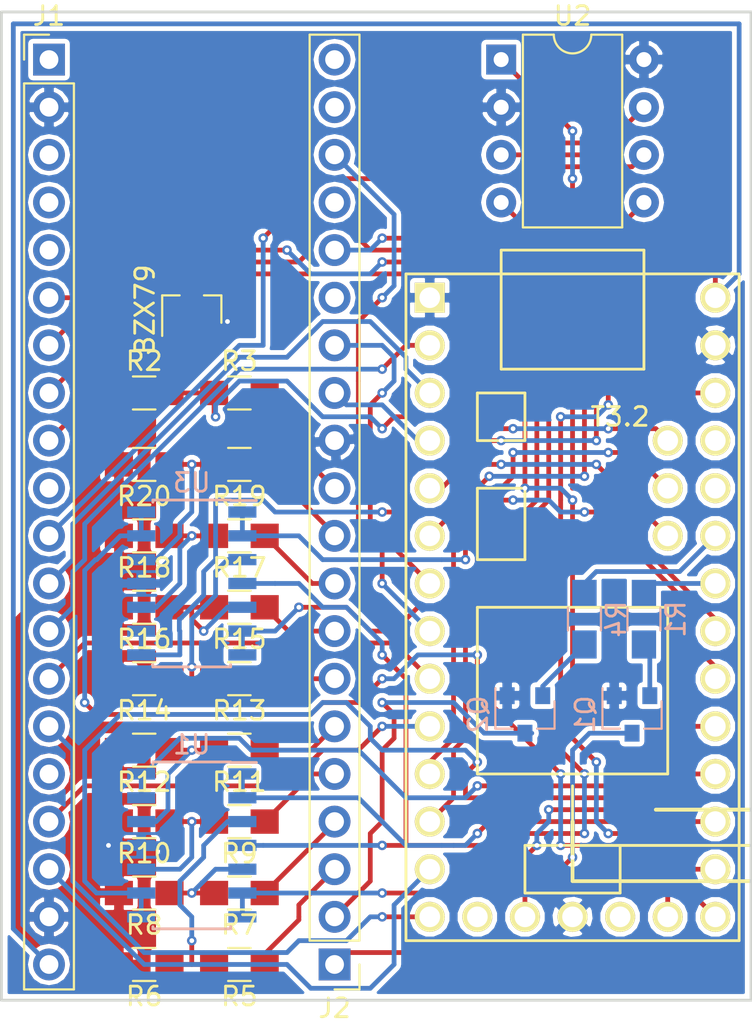
<source format=kicad_pcb>
(kicad_pcb (version 4) (host pcbnew 4.0.7)
  (layers (0 F.Cu signal) (31 B.Cu signal) (36 B.SilkS user hide) (37 F.SilkS user hide) (38 B.Mask user) (39 F.Mask user) (44 Edge.Cuts user))
  (net 0 "")
  (net 1 +3.3VA)
  (net 2 Earth)
  (net 3 "Net-(J1-Pad1)")
  (net 4 "Net-(J1-Pad3)")
  (net 5 "Net-(J1-Pad4)")
  (net 6 "Net-(J1-Pad5)")
  (net 7 CANH)
  (net 8 IGN1)
  (net 9 IGN2)
  (net 10 ECL)
  (net 11 JS7)
  (net 12 CANL)
  (net 13 TX)
  (net 14 RX)
  (net 15 IRQ0)
  (net 16 JS12)
  (net 17 +12V)
  (net 18 IRQ1)
  (net 19 JS11)
  (net 20 +5V)
  (net 21 "Net-(J2-Pad1)")
  (net 22 "Net-(J2-Pad2)")
  (net 23 AD0)
  (net 24 AD1)
  (net 25 AD2)
  (net 26 AD3)
  (net 27 AD4)
  (net 28 AD5)
  (net 29 AD6)
  (net 30 AD7)
  (net 31 "Net-(J2-Pad11)")
  (net 32 FP)
  (net 33 Idle)
  (net 34 JS3)
  (net 35 JS2)
  (net 36 JS1)
  (net 37 JS0)
  (net 38 "Net-(J2-Pad19)")
  (net 39 "Net-(J2-Pad20)")
  (net 40 "Net-(Q1-Pad2)")
  (net 41 "Net-(Q2-Pad2)")
  (net 42 INJ1)
  (net 43 INJ2)
  (net 44 "Net-(R5-Pad2)")
  (net 45 "Net-(R7-Pad2)")
  (net 46 "Net-(R10-Pad1)")
  (net 47 "Net-(R11-Pad2)")
  (net 48 "Net-(R13-Pad2)")
  (net 49 "Net-(R15-Pad2)")
  (net 50 "Net-(R17-Pad2)")
  (net 51 "Net-(R19-Pad2)")
  (net 52 A0)
  (net 53 +3V3)
  (net 54 A1)
  (net 55 A2)
  (net 56 A3)
  (net 57 "Net-(U2-Pad1)")
  (net 58 "Net-(U2-Pad4)")
  (net 59 A4)
  (net 60 A5)
  (net 61 A6)
  (net 62 A7)
  (net 63 "Net-(U4-Pad18)")
  (net 64 "Net-(U4-Pad15)")
  (net 65 INJ3)
  (net 66 INJ4)
  (module Housings_SOIC:SOIC-14_3.9x8.7mm_Pitch1.27mm (layer B.Cu) (at 157.48 96.52 180)
    (fp_text reference U3 (at 0 5.375 180) (layer B.SilkS) (effects (justify mirror)))
    (fp_text value LMV324)
    (pad 1 smd rect (at -2.7 3.81 180) (size 1.5 0.6) (layers B.Cu B.Mask) (net 59 A4))
    (pad 2 smd rect (at -2.7 2.54 180) (size 1.5 0.6) (layers B.Cu B.Mask) (net 59 A4))
    (pad 3 smd rect (at -2.7 1.27 180) (size 1.5 0.6) (layers B.Cu B.Mask) (net 48 "Net-(R13-Pad2)"))
    (pad 4 smd rect (at -2.7 0 180) (size 1.5 0.6) (layers B.Cu B.Mask) (net 53 +3V3))
    (pad 5 smd rect (at -2.7 -1.27 180) (size 1.5 0.6) (layers B.Cu B.Mask) (net 49 "Net-(R15-Pad2)"))
    (pad 6 smd rect (at -2.7 -2.54 180) (size 1.5 0.6) (layers B.Cu B.Mask) (net 60 A5))
    (pad 7 smd rect (at -2.7 -3.81 180) (size 1.5 0.6) (layers B.Cu B.Mask) (net 60 A5))
    (pad 8 smd rect (at 2.7 -3.81 180) (size 1.5 0.6) (layers B.Cu B.Mask) (net 61 A6))
    (pad 9 smd rect (at 2.7 -2.54 180) (size 1.5 0.6) (layers B.Cu B.Mask) (net 61 A6))
    (pad 10 smd rect (at 2.7 -1.27 180) (size 1.5 0.6) (layers B.Cu B.Mask) (net 50 "Net-(R17-Pad2)"))
    (pad 11 smd rect (at 2.7 0 180) (size 1.5 0.6) (layers B.Cu B.Mask) (net 2 Earth))
    (pad 12 smd rect (at 2.7 1.27 180) (size 1.5 0.6) (layers B.Cu B.Mask) (net 51 "Net-(R19-Pad2)"))
    (pad 13 smd rect (at 2.7 2.54 180) (size 1.5 0.6) (layers B.Cu B.Mask) (net 62 A7))
    (pad 14 smd rect (at 2.7 3.81 180) (size 1.5 0.6) (layers B.Cu B.Mask) (net 62 A7))
  )
  (module TO_SOT_Packages_SMD:SOT-23 (layer F.Cu) (at 157.48 81.915 90)
    (fp_text reference BZX79 (at 0 -2.5 90) (layer F.SilkS))
    (fp_text value D_Zener)
    (pad 1 smd rect (at -1 -0.95 90) (size 0.9 0.8) (layers F.Cu F.Mask) (net 1 +3.3VA))
    (pad 2 smd rect (at -1 0.95 90) (size 0.9 0.8) (layers F.Cu F.Mask) (net 2 Earth))
    (pad 3 smd rect (at 1 0 90) (size 0.9 0.8) (layers F.Cu F.Mask))
  )
  (module Socket_Strips:Socket_Strip_Straight_1x20_Pitch2.54mm (layer F.Cu) (at 149.86 68.58)
    (fp_text reference J1 (at 0 -2.33) (layer F.SilkS))
    (fp_text value Conn_01x20_Female)
    (pad 1 thru_hole rect (at 0 0) (size 1.7 1.7) (drill 1) (layers *.Cu *.Mask) (net 3 "Net-(J1-Pad1)"))
    (pad 2 thru_hole oval (at 0 2.54) (size 1.7 1.7) (drill 1) (layers *.Cu *.Mask) (net 2 Earth))
    (pad 3 thru_hole oval (at 0 5.08) (size 1.7 1.7) (drill 1) (layers *.Cu *.Mask) (net 4 "Net-(J1-Pad3)"))
    (pad 4 thru_hole oval (at 0 7.62) (size 1.7 1.7) (drill 1) (layers *.Cu *.Mask) (net 5 "Net-(J1-Pad4)"))
    (pad 5 thru_hole oval (at 0 10.16) (size 1.7 1.7) (drill 1) (layers *.Cu *.Mask) (net 6 "Net-(J1-Pad5)"))
    (pad 6 thru_hole oval (at 0 12.7) (size 1.7 1.7) (drill 1) (layers *.Cu *.Mask) (net 7 CANH))
    (pad 7 thru_hole oval (at 0 15.24) (size 1.7 1.7) (drill 1) (layers *.Cu *.Mask) (net 8 IGN1))
    (pad 8 thru_hole oval (at 0 17.78) (size 1.7 1.7) (drill 1) (layers *.Cu *.Mask) (net 9 IGN2))
    (pad 9 thru_hole oval (at 0 20.32) (size 1.7 1.7) (drill 1) (layers *.Cu *.Mask) (net 10 ECL))
    (pad 10 thru_hole oval (at 0 22.86) (size 1.7 1.7) (drill 1) (layers *.Cu *.Mask) (net 11 JS7))
    (pad 11 thru_hole oval (at 0 25.4) (size 1.7 1.7) (drill 1) (layers *.Cu *.Mask) (net 12 CANL))
    (pad 12 thru_hole oval (at 0 27.94) (size 1.7 1.7) (drill 1) (layers *.Cu *.Mask) (net 13 TX))
    (pad 13 thru_hole oval (at 0 30.48) (size 1.7 1.7) (drill 1) (layers *.Cu *.Mask) (net 14 RX))
    (pad 14 thru_hole oval (at 0 33.02) (size 1.7 1.7) (drill 1) (layers *.Cu *.Mask) (net 15 IRQ0))
    (pad 15 thru_hole oval (at 0 35.56) (size 1.7 1.7) (drill 1) (layers *.Cu *.Mask) (net 16 JS12))
    (pad 16 thru_hole oval (at 0 38.1) (size 1.7 1.7) (drill 1) (layers *.Cu *.Mask) (net 17 +12V))
    (pad 17 thru_hole oval (at 0 40.64) (size 1.7 1.7) (drill 1) (layers *.Cu *.Mask) (net 18 IRQ1))
    (pad 18 thru_hole oval (at 0 43.18) (size 1.7 1.7) (drill 1) (layers *.Cu *.Mask) (net 19 JS11))
    (pad 19 thru_hole oval (at 0 45.72) (size 1.7 1.7) (drill 1) (layers *.Cu *.Mask) (net 2 Earth))
    (pad 20 thru_hole oval (at 0 48.26) (size 1.7 1.7) (drill 1) (layers *.Cu *.Mask) (net 20 +5V))
  )
  (module Socket_Strips:Socket_Strip_Straight_1x20_Pitch2.54mm (layer F.Cu) (at 165.1 116.84 180)
    (fp_text reference J2 (at 0 -2.33 180) (layer F.SilkS))
    (fp_text value Conn_01x20_Female)
    (pad 1 thru_hole rect (at 0 0 180) (size 1.7 1.7) (drill 1) (layers *.Cu *.Mask) (net 21 "Net-(J2-Pad1)"))
    (pad 2 thru_hole oval (at 0 2.54 180) (size 1.7 1.7) (drill 1) (layers *.Cu *.Mask) (net 22 "Net-(J2-Pad2)"))
    (pad 3 thru_hole oval (at 0 5.08 180) (size 1.7 1.7) (drill 1) (layers *.Cu *.Mask) (net 23 AD0))
    (pad 4 thru_hole oval (at 0 7.62 180) (size 1.7 1.7) (drill 1) (layers *.Cu *.Mask) (net 24 AD1))
    (pad 5 thru_hole oval (at 0 10.16 180) (size 1.7 1.7) (drill 1) (layers *.Cu *.Mask) (net 25 AD2))
    (pad 6 thru_hole oval (at 0 12.7 180) (size 1.7 1.7) (drill 1) (layers *.Cu *.Mask) (net 26 AD3))
    (pad 7 thru_hole oval (at 0 15.24 180) (size 1.7 1.7) (drill 1) (layers *.Cu *.Mask) (net 27 AD4))
    (pad 8 thru_hole oval (at 0 17.78 180) (size 1.7 1.7) (drill 1) (layers *.Cu *.Mask) (net 28 AD5))
    (pad 9 thru_hole oval (at 0 20.32 180) (size 1.7 1.7) (drill 1) (layers *.Cu *.Mask) (net 29 AD6))
    (pad 10 thru_hole oval (at 0 22.86 180) (size 1.7 1.7) (drill 1) (layers *.Cu *.Mask) (net 30 AD7))
    (pad 11 thru_hole oval (at 0 25.4 180) (size 1.7 1.7) (drill 1) (layers *.Cu *.Mask) (net 31 "Net-(J2-Pad11)"))
    (pad 12 thru_hole oval (at 0 27.94 184.5) (size 1.7 1.7) (drill 1) (layers *.Cu *.Mask) (net 2 Earth))
    (pad 13 thru_hole oval (at 0 30.48 180) (size 1.7 1.7) (drill 1) (layers *.Cu *.Mask) (net 32 FP))
    (pad 14 thru_hole oval (at 0 33.02 180) (size 1.7 1.7) (drill 1) (layers *.Cu *.Mask) (net 33 Idle))
    (pad 15 thru_hole oval (at 0 35.56 180) (size 1.7 1.7) (drill 1) (layers *.Cu *.Mask) (net 34 JS3))
    (pad 16 thru_hole oval (at 0 38.1 180) (size 1.7 1.7) (drill 1) (layers *.Cu *.Mask) (net 35 JS2))
    (pad 17 thru_hole oval (at 0 40.64 180) (size 1.7 1.7) (drill 1) (layers *.Cu *.Mask) (net 36 JS1))
    (pad 18 thru_hole oval (at 0 43.18 180) (size 1.7 1.7) (drill 1) (layers *.Cu *.Mask) (net 37 JS0))
    (pad 19 thru_hole oval (at 0 45.72 180) (size 1.7 1.7) (drill 1) (layers *.Cu *.Mask) (net 38 "Net-(J2-Pad19)"))
    (pad 20 thru_hole oval (at 0 48.26 180) (size 1.7 1.7) (drill 1) (layers *.Cu *.Mask) (net 39 "Net-(J2-Pad20)"))
  )
  (module TO_SOT_Packages_SMD:SOT-23 (layer B.Cu) (at 180.975 103.505 270)
    (fp_text reference Q1 (at 0 2.5 270) (layer B.SilkS) (effects (justify mirror)))
    (fp_text value 2N2219)
    (pad 1 smd rect (at -1 0.95 270) (size 0.9 0.8) (layers B.Cu B.Mask) (net 2 Earth))
    (pad 2 smd rect (at -1 -0.95 270) (size 0.9 0.8) (layers B.Cu B.Mask) (net 40 "Net-(Q1-Pad2)"))
    (pad 3 smd rect (at 1 0 270) (size 0.9 0.8) (layers B.Cu B.Mask) (net 21 "Net-(J2-Pad1)"))
  )
  (module TO_SOT_Packages_SMD:SOT-23 (layer B.Cu) (at 175.26 103.505 270)
    (fp_text reference Q2 (at 0 2.5 270) (layer B.SilkS) (effects (justify mirror)))
    (fp_text value 2N2219)
    (pad 1 smd rect (at -1 0.95 270) (size 0.9 0.8) (layers B.Cu B.Mask) (net 2 Earth))
    (pad 2 smd rect (at -1 -0.95 270) (size 0.9 0.8) (layers B.Cu B.Mask) (net 41 "Net-(Q2-Pad2)"))
    (pad 3 smd rect (at 1 0 270) (size 0.9 0.8) (layers B.Cu B.Mask) (net 22 "Net-(J2-Pad2)"))
  )
  (module Resistors_SMD:R_0805_HandSoldering (layer B.Cu) (at 181.61 98.425 90)
    (fp_text reference R1 (at 0 1.7 90) (layer B.SilkS) (effects (justify mirror)))
    (fp_text value 1k)
    (pad 1 smd rect (at -1.35 0 90) (size 1.5 1.3) (layers B.Cu B.Mask) (net 40 "Net-(Q1-Pad2)"))
    (pad 2 smd rect (at 1.35 0 90) (size 1.5 1.3) (layers B.Cu B.Mask) (net 42 INJ1))
  )
  (module Resistors_SMD:R_0805_HandSoldering (layer F.Cu) (at 154.94 86.36)
    (fp_text reference R2 (at 0 -1.7) (layer F.SilkS))
    (fp_text value 330k)
    (pad 1 smd rect (at -1.35 0) (size 1.5 1.3) (layers F.Cu F.Mask) (net 2 Earth))
    (pad 2 smd rect (at 1.35 0) (size 1.5 1.3) (layers F.Cu F.Mask) (net 1 +3.3VA))
  )
  (module Resistors_SMD:R_0805_HandSoldering (layer F.Cu) (at 160.02 86.36)
    (fp_text reference R3 (at 0 -1.7) (layer F.SilkS))
    (fp_text value 180k)
    (pad 1 smd rect (at -1.35 0) (size 1.5 1.3) (layers F.Cu F.Mask) (net 1 +3.3VA))
    (pad 2 smd rect (at 1.35 0) (size 1.5 1.3) (layers F.Cu F.Mask) (net 31 "Net-(J2-Pad11)"))
  )
  (module Resistors_SMD:R_0805_HandSoldering (layer B.Cu) (at 178.435 98.425 90)
    (fp_text reference R4 (at 0 1.7 90) (layer B.SilkS) (effects (justify mirror)))
    (fp_text value 1k)
    (pad 1 smd rect (at -1.35 0 90) (size 1.5 1.3) (layers B.Cu B.Mask) (net 41 "Net-(Q2-Pad2)"))
    (pad 2 smd rect (at 1.35 0 90) (size 1.5 1.3) (layers B.Cu B.Mask) (net 43 INJ2))
  )
  (module Resistors_SMD:R_0805_HandSoldering (layer F.Cu) (at 160.02 116.84 180)
    (fp_text reference R5 (at 0 -1.7 180) (layer F.SilkS))
    (fp_text value 180k)
    (pad 1 smd rect (at -1.35 0 180) (size 1.5 1.3) (layers F.Cu F.Mask) (net 23 AD0))
    (pad 2 smd rect (at 1.35 0 180) (size 1.5 1.3) (layers F.Cu F.Mask) (net 44 "Net-(R5-Pad2)"))
  )
  (module Resistors_SMD:R_0805_HandSoldering (layer F.Cu) (at 154.94 116.84 180)
    (fp_text reference R6 (at 0 -1.7 180) (layer F.SilkS))
    (fp_text value 330k)
    (pad 1 smd rect (at -1.35 0 180) (size 1.5 1.3) (layers F.Cu F.Mask) (net 44 "Net-(R5-Pad2)"))
    (pad 2 smd rect (at 1.35 0 180) (size 1.5 1.3) (layers F.Cu F.Mask) (net 2 Earth))
  )
  (module Resistors_SMD:R_0805_HandSoldering (layer F.Cu) (at 160.02 113.03 180)
    (fp_text reference R7 (at 0 -1.7 180) (layer F.SilkS))
    (fp_text value 180k)
    (pad 1 smd rect (at -1.35 0 180) (size 1.5 1.3) (layers F.Cu F.Mask) (net 24 AD1))
    (pad 2 smd rect (at 1.35 0 180) (size 1.5 1.3) (layers F.Cu F.Mask) (net 45 "Net-(R7-Pad2)"))
  )
  (module Resistors_SMD:R_0805_HandSoldering (layer F.Cu) (at 154.94 113.03 180)
    (fp_text reference R8 (at 0 -1.7 180) (layer F.SilkS))
    (fp_text value 330k)
    (pad 1 smd rect (at -1.35 0 180) (size 1.5 1.3) (layers F.Cu F.Mask) (net 45 "Net-(R7-Pad2)"))
    (pad 2 smd rect (at 1.35 0 180) (size 1.5 1.3) (layers F.Cu F.Mask) (net 2 Earth))
  )
  (module Resistors_SMD:R_0805_HandSoldering (layer F.Cu) (at 160.02 109.22 180)
    (fp_text reference R9 (at 0 -1.7 180) (layer F.SilkS))
    (fp_text value 180k)
    (pad 1 smd rect (at -1.35 0 180) (size 1.5 1.3) (layers F.Cu F.Mask) (net 25 AD2))
    (pad 2 smd rect (at 1.35 0 180) (size 1.5 1.3) (layers F.Cu F.Mask) (net 46 "Net-(R10-Pad1)"))
  )
  (module Resistors_SMD:R_0805_HandSoldering (layer F.Cu) (at 154.94 109.22 180)
    (fp_text reference R10 (at 0 -1.7 180) (layer F.SilkS))
    (fp_text value 330k)
    (pad 1 smd rect (at -1.35 0 180) (size 1.5 1.3) (layers F.Cu F.Mask) (net 46 "Net-(R10-Pad1)"))
    (pad 2 smd rect (at 1.35 0 180) (size 1.5 1.3) (layers F.Cu F.Mask) (net 2 Earth))
  )
  (module Resistors_SMD:R_0805_HandSoldering (layer F.Cu) (at 160.02 105.41 180)
    (fp_text reference R11 (at 0 -1.7 180) (layer F.SilkS))
    (fp_text value 180k)
    (pad 1 smd rect (at -1.35 0 180) (size 1.5 1.3) (layers F.Cu F.Mask) (net 26 AD3))
    (pad 2 smd rect (at 1.35 0 180) (size 1.5 1.3) (layers F.Cu F.Mask) (net 47 "Net-(R11-Pad2)"))
  )
  (module Resistors_SMD:R_0805_HandSoldering (layer F.Cu) (at 154.94 105.41 180)
    (fp_text reference R12 (at 0 -1.7 180) (layer F.SilkS))
    (fp_text value 330k)
    (pad 1 smd rect (at -1.35 0 180) (size 1.5 1.3) (layers F.Cu F.Mask) (net 47 "Net-(R11-Pad2)"))
    (pad 2 smd rect (at 1.35 0 180) (size 1.5 1.3) (layers F.Cu F.Mask) (net 2 Earth))
  )
  (module Resistors_SMD:R_0805_HandSoldering (layer F.Cu) (at 160.02 101.6 180)
    (fp_text reference R13 (at 0 -1.7 180) (layer F.SilkS))
    (fp_text value 180k)
    (pad 1 smd rect (at -1.35 0 180) (size 1.5 1.3) (layers F.Cu F.Mask) (net 27 AD4))
    (pad 2 smd rect (at 1.35 0 180) (size 1.5 1.3) (layers F.Cu F.Mask) (net 48 "Net-(R13-Pad2)"))
  )
  (module Resistors_SMD:R_0805_HandSoldering (layer F.Cu) (at 154.94 101.6 180)
    (fp_text reference R14 (at 0 -1.7 180) (layer F.SilkS))
    (fp_text value 330k)
    (pad 1 smd rect (at -1.35 0 180) (size 1.5 1.3) (layers F.Cu F.Mask) (net 48 "Net-(R13-Pad2)"))
    (pad 2 smd rect (at 1.35 0 180) (size 1.5 1.3) (layers F.Cu F.Mask) (net 2 Earth))
  )
  (module Resistors_SMD:R_0805_HandSoldering (layer F.Cu) (at 160.02 97.79 180)
    (fp_text reference R15 (at 0 -1.7 180) (layer F.SilkS))
    (fp_text value 180k)
    (pad 1 smd rect (at -1.35 0 180) (size 1.5 1.3) (layers F.Cu F.Mask) (net 28 AD5))
    (pad 2 smd rect (at 1.35 0 180) (size 1.5 1.3) (layers F.Cu F.Mask) (net 49 "Net-(R15-Pad2)"))
  )
  (module Resistors_SMD:R_0805_HandSoldering (layer F.Cu) (at 154.94 97.79 180)
    (fp_text reference R16 (at 0 -1.7 180) (layer F.SilkS))
    (fp_text value 330k)
    (pad 1 smd rect (at -1.35 0 180) (size 1.5 1.3) (layers F.Cu F.Mask) (net 49 "Net-(R15-Pad2)"))
    (pad 2 smd rect (at 1.35 0 180) (size 1.5 1.3) (layers F.Cu F.Mask) (net 2 Earth))
  )
  (module Resistors_SMD:R_0805_HandSoldering (layer F.Cu) (at 160.02 93.98 180)
    (fp_text reference R17 (at 0 -1.7 180) (layer F.SilkS))
    (fp_text value 180k)
    (pad 1 smd rect (at -1.35 0 180) (size 1.5 1.3) (layers F.Cu F.Mask) (net 29 AD6))
    (pad 2 smd rect (at 1.35 0 180) (size 1.5 1.3) (layers F.Cu F.Mask) (net 50 "Net-(R17-Pad2)"))
  )
  (module Resistors_SMD:R_0805_HandSoldering (layer F.Cu) (at 154.94 93.98 180)
    (fp_text reference R18 (at 0 -1.7 180) (layer F.SilkS))
    (fp_text value 330k)
    (pad 1 smd rect (at -1.35 0 180) (size 1.5 1.3) (layers F.Cu F.Mask) (net 50 "Net-(R17-Pad2)"))
    (pad 2 smd rect (at 1.35 0 180) (size 1.5 1.3) (layers F.Cu F.Mask) (net 2 Earth))
  )
  (module Resistors_SMD:R_0805_HandSoldering (layer F.Cu) (at 160.02 90.17 180)
    (fp_text reference R19 (at 0 -1.7 180) (layer F.SilkS))
    (fp_text value 180k)
    (pad 1 smd rect (at -1.35 0 180) (size 1.5 1.3) (layers F.Cu F.Mask) (net 30 AD7))
    (pad 2 smd rect (at 1.35 0 180) (size 1.5 1.3) (layers F.Cu F.Mask) (net 51 "Net-(R19-Pad2)"))
  )
  (module Resistors_SMD:R_0805_HandSoldering (layer F.Cu) (at 154.94 90.17 180)
    (fp_text reference R20 (at 0 -1.7 180) (layer F.SilkS))
    (fp_text value 330k)
    (pad 1 smd rect (at -1.35 0 180) (size 1.5 1.3) (layers F.Cu F.Mask) (net 51 "Net-(R19-Pad2)"))
    (pad 2 smd rect (at 1.35 0 180) (size 1.5 1.3) (layers F.Cu F.Mask) (net 2 Earth))
  )
  (module Housings_SOIC:SOIC-14_3.9x8.7mm_Pitch1.27mm (layer B.Cu) (at 157.48 110.49 180)
    (fp_text reference U1 (at 0 5.375 180) (layer B.SilkS) (effects (justify mirror)))
    (fp_text value LMV324)
    (pad 1 smd rect (at -2.7 3.81 180) (size 1.5 0.6) (layers B.Cu B.Mask) (net 52 A0))
    (pad 2 smd rect (at -2.7 2.54 180) (size 1.5 0.6) (layers B.Cu B.Mask) (net 52 A0))
    (pad 3 smd rect (at -2.7 1.27 180) (size 1.5 0.6) (layers B.Cu B.Mask) (net 44 "Net-(R5-Pad2)"))
    (pad 4 smd rect (at -2.7 0 180) (size 1.5 0.6) (layers B.Cu B.Mask) (net 53 +3V3))
    (pad 5 smd rect (at -2.7 -1.27 180) (size 1.5 0.6) (layers B.Cu B.Mask) (net 45 "Net-(R7-Pad2)"))
    (pad 6 smd rect (at -2.7 -2.54 180) (size 1.5 0.6) (layers B.Cu B.Mask) (net 54 A1))
    (pad 7 smd rect (at -2.7 -3.81 180) (size 1.5 0.6) (layers B.Cu B.Mask) (net 54 A1))
    (pad 8 smd rect (at 2.7 -3.81 180) (size 1.5 0.6) (layers B.Cu B.Mask) (net 55 A2))
    (pad 9 smd rect (at 2.7 -2.54 180) (size 1.5 0.6) (layers B.Cu B.Mask) (net 55 A2))
    (pad 10 smd rect (at 2.7 -1.27 180) (size 1.5 0.6) (layers B.Cu B.Mask) (net 46 "Net-(R10-Pad1)"))
    (pad 11 smd rect (at 2.7 0 180) (size 1.5 0.6) (layers B.Cu B.Mask) (net 2 Earth))
    (pad 12 smd rect (at 2.7 1.27 180) (size 1.5 0.6) (layers B.Cu B.Mask) (net 47 "Net-(R11-Pad2)"))
    (pad 13 smd rect (at 2.7 2.54 180) (size 1.5 0.6) (layers B.Cu B.Mask) (net 56 A3))
    (pad 14 smd rect (at 2.7 3.81 180) (size 1.5 0.6) (layers B.Cu B.Mask) (net 56 A3))
  )
  (module Housings_DIP:DIP-8_W7.62mm (layer F.Cu) (at 173.99 68.58)
    (fp_text reference U2 (at 3.81 -2.33) (layer F.SilkS))
    (fp_text value MCP2562-E/P)
    (pad 1 thru_hole rect (at 0 0) (size 1.6 1.6) (drill 0.8) (layers *.Cu *.Mask) (net 57 "Net-(U2-Pad1)"))
    (pad 5 thru_hole oval (at 7.62 7.62) (size 1.6 1.6) (drill 0.8) (layers *.Cu *.Mask) (net 53 +3V3))
    (pad 2 thru_hole oval (at 0 2.54) (size 1.6 1.6) (drill 0.8) (layers *.Cu *.Mask) (net 2 Earth))
    (pad 6 thru_hole oval (at 7.62 5.08) (size 1.6 1.6) (drill 0.8) (layers *.Cu *.Mask) (net 12 CANL))
    (pad 3 thru_hole oval (at 0 5.08) (size 1.6 1.6) (drill 0.8) (layers *.Cu *.Mask) (net 20 +5V))
    (pad 7 thru_hole oval (at 7.62 2.54) (size 1.6 1.6) (drill 0.8) (layers *.Cu *.Mask) (net 7 CANH))
    (pad 4 thru_hole oval (at 0 7.62) (size 1.6 1.6) (drill 0.8) (layers *.Cu *.Mask) (net 58 "Net-(U2-Pad4)"))
    (pad 8 thru_hole oval (at 7.62 0) (size 1.6 1.6) (drill 0.8) (layers *.Cu *.Mask) (net 2 Earth))
  )
  (module teensy:Teensy32 (layer F.Cu) (at 177.8 97.79 270)
    (fp_text reference U4 (at 0 -10.16 270) (layer F.SilkS))
    (fp_text value Teensy3.2)
    (fp_text user T3.2 (at -10.16 -2.54 360) (layer F.SilkS))
    (pad 17 thru_hole circle (at 16.51 0 270) (size 1.6 1.6) (drill 1.1) (layers *.Cu *.Mask F.SilkS) (net 2 Earth))
    (pad 18 thru_hole circle (at 16.51 -2.54 270) (size 1.6 1.6) (drill 1.1) (layers *.Cu *.Mask F.SilkS) (net 63 "Net-(U4-Pad18)"))
    (pad 19 thru_hole circle (at 16.51 -5.08 270) (size 1.6 1.6) (drill 1.1) (layers *.Cu *.Mask F.SilkS) (net 62 A7))
    (pad 20 thru_hole circle (at 16.51 -7.62 270) (size 1.6 1.6) (drill 1.1) (layers *.Cu *.Mask F.SilkS) (net 10 ECL))
    (pad 16 thru_hole circle (at 16.51 2.54 270) (size 1.6 1.6) (drill 1.1) (layers *.Cu *.Mask F.SilkS) (net 53 +3V3))
    (pad 15 thru_hole circle (at 16.51 5.08 270) (size 1.6 1.6) (drill 1.1) (layers *.Cu *.Mask F.SilkS) (net 64 "Net-(U4-Pad15)"))
    (pad 14 thru_hole circle (at 16.51 7.62 270) (size 1.6 1.6) (drill 1.1) (layers *.Cu *.Mask F.SilkS) (net 16 JS12))
    (pad 21 thru_hole circle (at 13.97 -7.62 270) (size 1.6 1.6) (drill 1.1) (layers *.Cu *.Mask F.SilkS) (net 52 A0))
    (pad 22 thru_hole circle (at 11.43 -7.62 270) (size 1.6 1.6) (drill 1.1) (layers *.Cu *.Mask F.SilkS) (net 54 A1))
    (pad 23 thru_hole circle (at 8.89 -7.62 270) (size 1.6 1.6) (drill 1.1) (layers *.Cu *.Mask F.SilkS) (net 55 A2))
    (pad 24 thru_hole circle (at 6.35 -7.62 270) (size 1.6 1.6) (drill 1.1) (layers *.Cu *.Mask F.SilkS) (net 56 A3))
    (pad 25 thru_hole circle (at 3.81 -7.62 270) (size 1.6 1.6) (drill 1.1) (layers *.Cu *.Mask F.SilkS) (net 59 A4))
    (pad 26 thru_hole circle (at 1.27 -7.62 270) (size 1.6 1.6) (drill 1.1) (layers *.Cu *.Mask F.SilkS) (net 35 JS2))
    (pad 27 thru_hole circle (at -1.27 -7.62 270) (size 1.6 1.6) (drill 1.1) (layers *.Cu *.Mask F.SilkS) (net 42 INJ1))
    (pad 28 thru_hole circle (at -3.81 -7.62 270) (size 1.6 1.6) (drill 1.1) (layers *.Cu *.Mask F.SilkS) (net 43 INJ2))
    (pad 29 thru_hole circle (at -6.35 -7.62 270) (size 1.6 1.6) (drill 1.1) (layers *.Cu *.Mask F.SilkS) (net 65 INJ3))
    (pad 30 thru_hole circle (at -8.89 -7.62 270) (size 1.6 1.6) (drill 1.1) (layers *.Cu *.Mask F.SilkS) (net 66 INJ4))
    (pad 31 thru_hole circle (at -11.43 -7.62 270) (size 1.6 1.6) (drill 1.1) (layers *.Cu *.Mask F.SilkS) (net 53 +3V3))
    (pad 32 thru_hole circle (at -13.97 -7.62 270) (size 1.6 1.6) (drill 1.1) (layers *.Cu *.Mask F.SilkS) (net 2 Earth))
    (pad 33 thru_hole circle (at -16.51 -7.62 270) (size 1.6 1.6) (drill 1.1) (layers *.Cu *.Mask F.SilkS) (net 20 +5V))
    (pad 35 thru_hole circle (at -8.89 -5.08 270) (size 1.6 1.6) (drill 1.1) (layers *.Cu *.Mask F.SilkS) (net 1 +3.3VA))
    (pad 36 thru_hole circle (at -6.35 -5.08 270) (size 1.6 1.6) (drill 1.1) (layers *.Cu *.Mask F.SilkS) (net 60 A5))
    (pad 37 thru_hole circle (at -3.81 -5.08 270) (size 1.6 1.6) (drill 1.1) (layers *.Cu *.Mask F.SilkS) (net 61 A6))
    (pad 13 thru_hole circle (at 13.97 7.62 270) (size 1.6 1.6) (drill 1.1) (layers *.Cu *.Mask F.SilkS) (net 19 JS11))
    (pad 12 thru_hole circle (at 11.43 7.62 270) (size 1.6 1.6) (drill 1.1) (layers *.Cu *.Mask F.SilkS) (net 9 IGN2))
    (pad 11 thru_hole circle (at 8.89 7.62 270) (size 1.6 1.6) (drill 1.1) (layers *.Cu *.Mask F.SilkS) (net 8 IGN1))
    (pad 10 thru_hole circle (at 6.35 7.62 270) (size 1.6 1.6) (drill 1.1) (layers *.Cu *.Mask F.SilkS) (net 18 IRQ1))
    (pad 9 thru_hole circle (at 3.81 7.62 270) (size 1.6 1.6) (drill 1.1) (layers *.Cu *.Mask F.SilkS) (net 15 IRQ0))
    (pad 8 thru_hole circle (at 1.27 7.62 270) (size 1.6 1.6) (drill 1.1) (layers *.Cu *.Mask F.SilkS) (net 37 JS0))
    (pad 7 thru_hole circle (at -1.27 7.62 270) (size 1.6 1.6) (drill 1.1) (layers *.Cu *.Mask F.SilkS) (net 33 Idle))
    (pad 6 thru_hole circle (at -3.81 7.62 270) (size 1.6 1.6) (drill 1.1) (layers *.Cu *.Mask F.SilkS) (net 58 "Net-(U2-Pad4)"))
    (pad 5 thru_hole circle (at -6.35 7.62 270) (size 1.6 1.6) (drill 1.1) (layers *.Cu *.Mask F.SilkS) (net 57 "Net-(U2-Pad1)"))
    (pad 4 thru_hole circle (at -8.89 7.62 270) (size 1.6 1.6) (drill 1.1) (layers *.Cu *.Mask F.SilkS) (net 32 FP))
    (pad 3 thru_hole circle (at -11.43 7.62 270) (size 1.6 1.6) (drill 1.1) (layers *.Cu *.Mask F.SilkS) (net 13 TX))
    (pad 2 thru_hole circle (at -13.97 7.62 270) (size 1.6 1.6) (drill 1.1) (layers *.Cu *.Mask F.SilkS) (net 14 RX))
    (pad 1 thru_hole rect (at -16.51 7.62 270) (size 1.6 1.6) (drill 1.1) (layers *.Cu *.Mask F.SilkS) (net 2 Earth))
  )
  (gr_line (start 187.325 118.745) (end 186.69 118.745) (angle 90) (layer Edge.Cuts) (width 0.15))
  (gr_line (start 187.325 86.995) (end 187.325 118.745) (angle 90) (layer Edge.Cuts) (width 0.15))
  (gr_line (start 187.325 66.04) (end 147.32 66.04) (angle 90) (layer Edge.Cuts) (width 0.15))
  (gr_line (start 187.325 86.36) (end 187.325 86.995) (angle 90) (layer Edge.Cuts) (width 0.15))
  (gr_line (start 147.32 118.745) (end 147.32 66.04) (angle 90) (layer Edge.Cuts) (width 0.15))
  (gr_line (start 187.325 66.04) (end 187.325 86.36) (angle 90) (layer Edge.Cuts) (width 0.15))
  (gr_line (start 189.23 113.03) (end 189.23 111.76) (angle 90) (layer F.SilkS) (width 0.2))
  (gr_line (start 189.865 113.03) (end 189.23 113.03) (angle 90) (layer F.SilkS) (width 0.2))
  (gr_line (start 189.865 109.855) (end 189.865 113.03) (angle 90) (layer F.SilkS) (width 0.2))
  (gr_line (start 177.8 110.49) (end 189.23 110.49) (angle 90) (layer F.SilkS) (width 0.15))
  (gr_line (start 189.865 110.49) (end 177.8 110.49) (angle 90) (layer F.SilkS) (width 0.15))
  (gr_line (start 191.77 108.585) (end 189.865 110.49) (angle 90) (layer F.SilkS) (width 0.15))
  (gr_line (start 182.245 108.585) (end 191.77 108.585) (angle 90) (layer F.SilkS) (width 0.2))
  (gr_line (start 190.5 108.585) (end 182.245 108.585) (angle 90) (layer F.SilkS) (width 0.2))
  (gr_line (start 190.5 112.395) (end 190.5 108.585) (angle 90) (layer F.SilkS) (width 0.2))
  (gr_line (start 177.8 112.395) (end 190.5 112.395) (angle 90) (layer F.SilkS) (width 0.2))
  (gr_line (start 177.8 108.585) (end 177.8 107.315) (angle 90) (layer F.SilkS) (width 0.15))
  (gr_line (start 177.8 111.125) (end 177.8 108.585) (angle 90) (layer F.SilkS) (width 0.15))
  (gr_line (start 177.8 112.395) (end 177.8 111.125) (angle 90) (layer F.SilkS) (width 0.15))
  (gr_line (start 177.8 111.76) (end 177.8 112.395) (angle 90) (layer F.SilkS) (width 0.2))
  (gr_line (start 177.8 109.22) (end 177.8 111.125) (angle 90) (layer F.SilkS) (width 0.2))
  (gr_line (start 177.8 111.76) (end 177.8 109.22) (angle 90) (layer F.SilkS) (width 0.2))
  (gr_line (start 186.69 118.745) (end 147.32 118.745) (angle 90) (layer Edge.Cuts) (width 0.15))
  (segment (start 173.355 88.265) (end 172.72 87.63) (width 0.254) (layer F.Cu) (net 1))
  (segment (start 172.72 87.63) (end 172.085 87.63) (width 0.254) (layer F.Cu) (net 1))
  (via (at 167.64 88.265) (size 0.508) (drill 0.254) (layers F.Cu B.Cu) (net 1))
  (segment (start 168.275 87.63) (end 172.085 87.63) (width 0.254) (layer F.Cu) (net 1))
  (segment (start 168.275 87.63) (end 167.64 88.265) (width 0.254) (layer F.Cu) (net 1))
  (segment (start 182.245 88.265) (end 182.88 88.9) (width 0.254) (layer F.Cu) (net 1))
  (segment (start 179.705 88.265) (end 182.245 88.265) (width 0.254) (layer F.Cu) (net 1))
  (via (at 179.705 88.265) (size 0.508) (drill 0.254) (layers F.Cu B.Cu) (net 1))
  (segment (start 174.625 88.265) (end 179.705 88.265) (width 0.254) (layer B.Cu) (net 1))
  (via (at 174.625 88.265) (size 0.508) (drill 0.254) (layers F.Cu B.Cu) (net 1))
  (segment (start 173.355 88.265) (end 174.625 88.265) (width 0.254) (layer F.Cu) (net 1))
  (segment (start 167.005 87.63) (end 167.64 88.265) (width 0.254) (layer B.Cu) (net 1))
  (segment (start 167.005 87.63) (end 165.735 87.63) (width 0.254) (layer B.Cu) (net 1))
  (segment (start 164.465 87.63) (end 165.735 87.63) (width 0.254) (layer B.Cu) (net 1))
  (segment (start 164.465 87.63) (end 162.56 85.725) (width 0.254) (layer B.Cu) (net 1))
  (segment (start 158.75 87.63) (end 158.67 87.55) (width 0.254) (layer F.Cu) (net 1))
  (via (at 158.75 87.63) (size 0.508) (drill 0.254) (layers F.Cu B.Cu) (net 1))
  (segment (start 158.67 87.55) (end 158.67 86.36) (width 0.254) (layer F.Cu) (net 1))
  (segment (start 158.75 86.995) (end 158.75 87.63) (width 0.254) (layer B.Cu) (net 1))
  (segment (start 160.02 85.725) (end 158.75 86.995) (width 0.254) (layer B.Cu) (net 1))
  (segment (start 162.56 85.725) (end 160.02 85.725) (width 0.254) (layer B.Cu) (net 1))
  (segment (start 156.29 86.36) (end 156.29 83.155) (width 0.254) (layer F.Cu) (net 1))
  (segment (start 156.29 83.155) (end 156.53 82.915) (width 0.1524) (layer F.Cu) (net 1))
  (segment (start 158.67 86.36) (end 157.48 86.36) (width 0.254) (layer F.Cu) (net 1))
  (segment (start 157.48 86.36) (end 156.29 86.36) (width 0.254) (layer F.Cu) (net 1))
  (segment (start 154.78 110.49) (end 153.035 110.49) (width 0.254) (layer B.Cu) (net 2))
  (via (at 153.035 110.49) (size 0.508) (drill 0.254) (layers F.Cu B.Cu) (net 2))
  (segment (start 158.43 82.915) (end 159.02 82.915) (width 0.254) (layer F.Cu) (net 2))
  (via (at 159.385 82.55) (size 0.508) (drill 0.254) (layers F.Cu B.Cu) (net 2))
  (segment (start 159.02 82.915) (end 159.385 82.55) (width 0.254) (layer F.Cu) (net 2))
  (segment (start 170.815 72.39) (end 160.655 72.39) (width 0.254) (layer F.Cu) (net 7))
  (segment (start 149.86 81.28) (end 151.765 81.28) (width 0.254) (layer F.Cu) (net 7))
  (segment (start 151.765 81.28) (end 160.655 72.39) (width 0.254) (layer F.Cu) (net 7))
  (segment (start 171.45 72.39) (end 170.815 72.39) (width 0.254) (layer F.Cu) (net 7))
  (segment (start 171.45 72.39) (end 172.72 72.39) (width 0.254) (layer F.Cu) (net 7))
  (segment (start 179.705 73.025) (end 181.61 71.12) (width 0.254) (layer F.Cu) (net 7))
  (segment (start 174.625 72.39) (end 175.26 73.025) (width 0.254) (layer F.Cu) (net 7))
  (segment (start 174.625 72.39) (end 172.72 72.39) (width 0.254) (layer F.Cu) (net 7))
  (segment (start 175.26 73.025) (end 179.705 73.025) (width 0.254) (layer F.Cu) (net 7))
  (segment (start 174.625 79.375) (end 175.895 80.645) (width 0.254) (layer F.Cu) (net 8))
  (segment (start 175.895 80.645) (end 175.895 86.93474) (width 0.254) (layer F.Cu) (net 8))
  (via (at 162.56 78.74) (size 0.508) (drill 0.254) (layers F.Cu B.Cu) (net 8))
  (segment (start 164.465 80.01) (end 163.83 80.01) (width 0.254) (layer B.Cu) (net 8))
  (segment (start 163.83 80.01) (end 162.56 78.74) (width 0.254) (layer B.Cu) (net 8))
  (via (at 167.64 79.375) (size 0.508) (drill 0.254) (layers F.Cu B.Cu) (net 8))
  (segment (start 166.37 80.01) (end 167.005 80.01) (width 0.254) (layer B.Cu) (net 8))
  (segment (start 167.005 80.01) (end 167.64 79.375) (width 0.254) (layer B.Cu) (net 8))
  (segment (start 154.94 78.74) (end 149.86 83.82) (width 0.254) (layer F.Cu) (net 8))
  (segment (start 171.45 98.425) (end 171.45 97.79) (width 0.254) (layer F.Cu) (net 8))
  (segment (start 166.37 80.01) (end 164.465 80.01) (width 0.254) (layer B.Cu) (net 8))
  (segment (start 167.64 79.375) (end 174.625 79.375) (width 0.254) (layer F.Cu) (net 8))
  (segment (start 175.895 91.44) (end 175.895 92.075) (width 0.254) (layer F.Cu) (net 8))
  (segment (start 175.895 88.265) (end 175.895 91.44) (width 0.254) (layer F.Cu) (net 8))
  (segment (start 171.45 104.775) (end 171.45 99.695) (width 0.254) (layer F.Cu) (net 8))
  (segment (start 171.45 99.695) (end 171.45 98.425) (width 0.254) (layer F.Cu) (net 8))
  (segment (start 170.18 106.045) (end 171.45 104.775) (width 0.254) (layer F.Cu) (net 8))
  (segment (start 175.895 86.93474) (end 175.895 88.265) (width 0.254) (layer F.Cu) (net 8))
  (segment (start 171.45 97.79) (end 172.72 96.52) (width 0.254) (layer F.Cu) (net 8))
  (segment (start 172.72 96.52) (end 172.72 93.98) (width 0.254) (layer F.Cu) (net 8))
  (segment (start 172.72 93.98) (end 173.99 92.71) (width 0.254) (layer F.Cu) (net 8))
  (segment (start 173.99 92.71) (end 175.26 92.71) (width 0.254) (layer F.Cu) (net 8))
  (segment (start 175.26 92.71) (end 175.895 92.075) (width 0.254) (layer F.Cu) (net 8))
  (segment (start 161.925 78.74) (end 154.94 78.74) (width 0.254) (layer F.Cu) (net 8))
  (segment (start 162.56 78.74) (end 161.925 78.74) (width 0.254) (layer F.Cu) (net 8))
  (segment (start 170.18 106.68) (end 170.18 106.045) (width 0.254) (layer F.Cu) (net 8))
  (segment (start 163.83 78.74) (end 163.195 79.375) (width 0.254) (layer F.Cu) (net 9))
  (segment (start 174.625 78.74) (end 176.53 80.645) (width 0.254) (layer F.Cu) (net 9))
  (segment (start 176.53 80.645) (end 176.53 86.995) (width 0.254) (layer F.Cu) (net 9))
  (segment (start 154.94 79.375) (end 153.035 81.28) (width 0.254) (layer F.Cu) (net 9))
  (segment (start 151.13 83.185) (end 151.13 85.09) (width 0.254) (layer F.Cu) (net 9))
  (segment (start 153.035 81.28) (end 151.13 83.185) (width 0.254) (layer F.Cu) (net 9))
  (segment (start 163.83 78.105) (end 163.83 78.74) (width 0.254) (layer F.Cu) (net 9))
  (segment (start 176.53 88.265) (end 176.53 91.47013) (width 0.254) (layer F.Cu) (net 9))
  (segment (start 176.53 86.995) (end 176.53 88.265) (width 0.254) (layer F.Cu) (net 9))
  (segment (start 168.275 78.74) (end 174.625 78.74) (width 0.254) (layer F.Cu) (net 9))
  (segment (start 161.925 79.375) (end 154.94 79.375) (width 0.254) (layer F.Cu) (net 9))
  (segment (start 167.005 78.74) (end 165.735 77.47) (width 0.254) (layer F.Cu) (net 9))
  (segment (start 165.735 77.47) (end 164.465 77.47) (width 0.254) (layer F.Cu) (net 9))
  (segment (start 168.275 78.74) (end 167.005 78.74) (width 0.254) (layer F.Cu) (net 9))
  (segment (start 162.56 79.375) (end 161.925 79.375) (width 0.254) (layer F.Cu) (net 9))
  (segment (start 164.465 77.47) (end 163.83 78.105) (width 0.254) (layer F.Cu) (net 9))
  (segment (start 163.195 79.375) (end 162.56 79.375) (width 0.254) (layer F.Cu) (net 9))
  (segment (start 172.085 99.06) (end 172.085 97.79) (width 0.254) (layer F.Cu) (net 9))
  (segment (start 175.26 93.345) (end 176.53 92.075) (width 0.254) (layer F.Cu) (net 9))
  (segment (start 173.99 93.345) (end 175.26 93.345) (width 0.254) (layer F.Cu) (net 9))
  (segment (start 173.355 93.98) (end 173.99 93.345) (width 0.254) (layer F.Cu) (net 9))
  (segment (start 173.355 96.52) (end 173.355 93.98) (width 0.254) (layer F.Cu) (net 9))
  (segment (start 172.085 97.79) (end 173.355 96.52) (width 0.254) (layer F.Cu) (net 9))
  (segment (start 172.085 104.775) (end 171.45 105.41) (width 0.254) (layer F.Cu) (net 9))
  (segment (start 172.085 104.775) (end 172.085 99.695) (width 0.254) (layer F.Cu) (net 9))
  (segment (start 170.18 109.22) (end 171.45 107.95) (width 0.254) (layer F.Cu) (net 9))
  (segment (start 172.085 99.06) (end 172.085 99.695) (width 0.254) (layer F.Cu) (net 9))
  (segment (start 171.45 106.045) (end 171.45 107.95) (width 0.254) (layer F.Cu) (net 9))
  (segment (start 171.45 105.41) (end 171.45 106.045) (width 0.254) (layer F.Cu) (net 9))
  (segment (start 149.86 86.36) (end 151.13 85.09) (width 0.254) (layer F.Cu) (net 9))
  (segment (start 176.53 91.47013) (end 176.53 92.075) (width 0.254) (layer F.Cu) (net 9))
  (segment (start 176.53 91.47013) (end 176.53 91.47013) (width 0.254) (layer F.Cu) (net 9))
  (via (at 179.705 109.855) (size 0.508) (drill 0.254) (layers F.Cu B.Cu) (net 10))
  (segment (start 177.8 104.775) (end 179.07 106.045) (width 0.254) (layer F.Cu) (net 10))
  (segment (start 179.07 109.22) (end 179.705 109.855) (width 0.254) (layer B.Cu) (net 10))
  (segment (start 179.07 106.045) (end 179.07 109.22) (width 0.254) (layer B.Cu) (net 10))
  (via (at 179.07 106.045) (size 0.508) (drill 0.254) (layers F.Cu B.Cu) (net 10))
  (segment (start 177.8 104.14) (end 177.8 104.775) (width 0.254) (layer F.Cu) (net 10))
  (segment (start 185.42 114.3) (end 182.88 111.76) (width 0.254) (layer F.Cu) (net 10))
  (segment (start 182.88 111.76) (end 181.61 110.49) (width 0.254) (layer F.Cu) (net 10))
  (segment (start 180.975 109.855) (end 179.705 109.855) (width 0.254) (layer F.Cu) (net 10))
  (segment (start 181.61 110.49) (end 180.975 109.855) (width 0.254) (layer F.Cu) (net 10))
  (segment (start 174.625 80.01) (end 175.26 80.645) (width 0.254) (layer F.Cu) (net 10))
  (segment (start 175.26 80.645) (end 175.26 86.995) (width 0.254) (layer F.Cu) (net 10))
  (segment (start 151.765 83.185) (end 151.765 85.09) (width 0.254) (layer F.Cu) (net 10))
  (segment (start 154.94 80.01) (end 151.765 83.185) (width 0.254) (layer F.Cu) (net 10))
  (segment (start 167.005 80.01) (end 161.925 80.01) (width 0.254) (layer F.Cu) (net 10))
  (segment (start 177.8 98.425) (end 177.8 104.14) (width 0.254) (layer F.Cu) (net 10))
  (segment (start 175.26 88.265) (end 175.26 91.44) (width 0.254) (layer F.Cu) (net 10))
  (segment (start 175.26 88.265) (end 175.26 86.995) (width 0.254) (layer F.Cu) (net 10))
  (segment (start 177.8 98.425) (end 177.8 93.98) (width 0.254) (layer F.Cu) (net 10))
  (segment (start 177.8 93.98) (end 177.8 93.345) (width 0.254) (layer F.Cu) (net 10))
  (segment (start 177.8 92.71) (end 177.8 93.345) (width 0.254) (layer F.Cu) (net 10))
  (via (at 177.8 92.075) (size 0.508) (drill 0.254) (layers F.Cu B.Cu) (net 10))
  (segment (start 177.8 92.075) (end 177.8 92.71) (width 0.254) (layer F.Cu) (net 10))
  (via (at 175.26 91.44) (size 0.508) (drill 0.254) (layers F.Cu B.Cu) (net 10))
  (segment (start 177.165 91.44) (end 177.8 92.075) (width 0.254) (layer B.Cu) (net 10))
  (segment (start 175.26 91.44) (end 177.165 91.44) (width 0.254) (layer B.Cu) (net 10))
  (segment (start 161.925 80.01) (end 154.94 80.01) (width 0.254) (layer F.Cu) (net 10))
  (segment (start 167.005 80.01) (end 174.625 80.01) (width 0.254) (layer F.Cu) (net 10))
  (segment (start 149.86 88.9) (end 151.13 87.63) (width 0.254) (layer F.Cu) (net 10))
  (segment (start 151.765 85.09) (end 151.13 85.725) (width 0.254) (layer F.Cu) (net 10))
  (segment (start 151.13 85.725) (end 151.13 87.63) (width 0.254) (layer F.Cu) (net 10))
  (segment (start 161.925 77.47) (end 161.29 78.105) (width 0.254) (layer F.Cu) (net 12))
  (segment (start 161.29 78.105) (end 161.29 83.82) (width 0.254) (layer B.Cu) (net 12))
  (via (at 161.29 78.105) (size 0.508) (drill 0.254) (layers F.Cu B.Cu) (net 12))
  (segment (start 164.465 74.93) (end 161.925 77.47) (width 0.254) (layer F.Cu) (net 12))
  (segment (start 161.29 83.82) (end 160.02 83.82) (width 0.254) (layer B.Cu) (net 12))
  (segment (start 160.02 83.82) (end 149.86 93.98) (width 0.254) (layer B.Cu) (net 12))
  (segment (start 181.61 73.66) (end 180.975 74.295) (width 0.254) (layer F.Cu) (net 12))
  (segment (start 174.625 74.93) (end 172.085 74.93) (width 0.254) (layer F.Cu) (net 12))
  (segment (start 175.26 74.295) (end 180.975 74.295) (width 0.254) (layer F.Cu) (net 12))
  (segment (start 174.625 74.93) (end 175.26 74.295) (width 0.254) (layer F.Cu) (net 12))
  (segment (start 172.085 74.93) (end 164.465 74.93) (width 0.254) (layer F.Cu) (net 12))
  (segment (start 167.005 82.55) (end 168.91 84.455) (width 0.254) (layer B.Cu) (net 13))
  (segment (start 168.91 84.455) (end 168.91 85.09) (width 0.254) (layer B.Cu) (net 13))
  (segment (start 164.465 82.55) (end 163.83 83.185) (width 0.254) (layer B.Cu) (net 13))
  (segment (start 164.465 82.55) (end 166.37 82.55) (width 0.254) (layer B.Cu) (net 13))
  (segment (start 167.005 82.55) (end 166.37 82.55) (width 0.254) (layer B.Cu) (net 13))
  (segment (start 163.83 83.185) (end 162.56 84.455) (width 0.254) (layer B.Cu) (net 13))
  (segment (start 162.56 84.455) (end 160.655 84.455) (width 0.254) (layer B.Cu) (net 13))
  (segment (start 160.655 84.455) (end 160.02 84.455) (width 0.254) (layer B.Cu) (net 13))
  (segment (start 160.02 84.455) (end 159.35487 85.12013) (width 0.254) (layer B.Cu) (net 13))
  (segment (start 160.655 84.455) (end 160.02 84.455) (width 0.254) (layer B.Cu) (net 13))
  (segment (start 168.91 85.09) (end 170.18 86.36) (width 0.254) (layer B.Cu) (net 13))
  (segment (start 151.13 95.25) (end 151.13 93.345) (width 0.254) (layer B.Cu) (net 13))
  (segment (start 151.13 93.345) (end 151.765 92.71) (width 0.254) (layer B.Cu) (net 13))
  (segment (start 159.35487 85.12013) (end 160.02 84.455) (width 0.254) (layer B.Cu) (net 13))
  (segment (start 151.765 92.71) (end 159.35487 85.12013) (width 0.254) (layer B.Cu) (net 13))
  (segment (start 151.13 95.25) (end 149.86 96.52) (width 0.254) (layer B.Cu) (net 13))
  (segment (start 165.735 85.09) (end 167.64 85.09) (width 0.254) (layer B.Cu) (net 14))
  (segment (start 167.64 85.09) (end 168.91 83.82) (width 0.254) (layer F.Cu) (net 14))
  (via (at 167.64 85.09) (size 0.508) (drill 0.254) (layers F.Cu B.Cu) (net 14))
  (segment (start 164.465 85.09) (end 165.735 85.09) (width 0.254) (layer B.Cu) (net 14))
  (segment (start 164.465 85.09) (end 160.02 85.09) (width 0.254) (layer B.Cu) (net 14))
  (segment (start 151.765 95.25) (end 151.765 93.345) (width 0.254) (layer B.Cu) (net 14))
  (segment (start 151.765 93.345) (end 152.4 92.71) (width 0.254) (layer B.Cu) (net 14))
  (segment (start 152.4 92.71) (end 160.02 85.09) (width 0.254) (layer B.Cu) (net 14))
  (segment (start 151.765 95.25) (end 151.13 95.885) (width 0.254) (layer B.Cu) (net 14))
  (segment (start 151.13 95.885) (end 151.13 97.79) (width 0.254) (layer B.Cu) (net 14))
  (segment (start 149.86 99.06) (end 151.13 97.79) (width 0.254) (layer B.Cu) (net 14))
  (segment (start 170.18 83.82) (end 168.91 83.82) (width 0.254) (layer F.Cu) (net 14))
  (segment (start 168.91 100.33) (end 168.275 99.695) (width 0.254) (layer F.Cu) (net 15))
  (segment (start 167.005 99.695) (end 166.37 100.33) (width 0.254) (layer F.Cu) (net 15))
  (segment (start 168.275 99.695) (end 167.005 99.695) (width 0.254) (layer F.Cu) (net 15))
  (segment (start 163.83 100.33) (end 163.195 99.695) (width 0.254) (layer F.Cu) (net 15))
  (segment (start 151.765 99.695) (end 151.13 100.33) (width 0.254) (layer F.Cu) (net 15))
  (segment (start 163.195 99.695) (end 151.765 99.695) (width 0.254) (layer F.Cu) (net 15))
  (segment (start 170.18 101.6) (end 168.91 100.33) (width 0.254) (layer F.Cu) (net 15))
  (segment (start 151.13 100.33) (end 149.86 101.6) (width 0.254) (layer F.Cu) (net 15))
  (segment (start 166.37 100.33) (end 163.83 100.33) (width 0.254) (layer F.Cu) (net 15))
  (segment (start 162.56 116.205) (end 158.115 116.205) (width 0.254) (layer B.Cu) (net 16))
  (segment (start 163.195 115.57) (end 162.56 116.205) (width 0.254) (layer B.Cu) (net 16))
  (segment (start 163.195 115.57) (end 165.735 115.57) (width 0.254) (layer B.Cu) (net 16))
  (via (at 167.64 114.3) (size 0.508) (drill 0.254) (layers F.Cu B.Cu) (net 16))
  (segment (start 167.64 114.3) (end 170.18 114.3) (width 0.254) (layer F.Cu) (net 16))
  (segment (start 149.86 104.14) (end 151.13 105.41) (width 0.254) (layer B.Cu) (net 16))
  (segment (start 154.94 116.205) (end 158.115 116.205) (width 0.254) (layer B.Cu) (net 16))
  (segment (start 151.13 112.395) (end 154.94 116.205) (width 0.254) (layer B.Cu) (net 16))
  (segment (start 151.13 105.41) (end 151.13 112.395) (width 0.254) (layer B.Cu) (net 16))
  (segment (start 167.005 114.3) (end 167.64 114.3) (width 0.254) (layer B.Cu) (net 16))
  (segment (start 165.735 115.57) (end 167.005 114.3) (width 0.254) (layer B.Cu) (net 16))
  (segment (start 162.56 107.315) (end 151.765 107.315) (width 0.254) (layer F.Cu) (net 18))
  (segment (start 164.465 105.41) (end 162.56 107.315) (width 0.254) (layer F.Cu) (net 18))
  (segment (start 166.37 105.41) (end 164.465 105.41) (width 0.254) (layer F.Cu) (net 18))
  (segment (start 167.64 104.14) (end 166.37 105.41) (width 0.254) (layer F.Cu) (net 18))
  (via (at 167.64 104.14) (size 0.508) (drill 0.254) (layers F.Cu B.Cu) (net 18))
  (segment (start 168.91 104.14) (end 167.64 104.14) (width 0.254) (layer B.Cu) (net 18))
  (segment (start 170.18 104.14) (end 168.91 104.14) (width 0.254) (layer B.Cu) (net 18))
  (segment (start 151.765 107.315) (end 149.86 109.22) (width 0.254) (layer F.Cu) (net 18))
  (segment (start 170.18 111.76) (end 168.275 113.665) (width 0.254) (layer B.Cu) (net 19))
  (segment (start 154.94 116.84) (end 149.86 111.76) (width 0.254) (layer B.Cu) (net 19))
  (segment (start 162.56 116.84) (end 154.94 116.84) (width 0.254) (layer B.Cu) (net 19))
  (segment (start 163.83 118.11) (end 162.56 116.84) (width 0.254) (layer B.Cu) (net 19))
  (segment (start 167.005 118.11) (end 163.83 118.11) (width 0.254) (layer B.Cu) (net 19))
  (segment (start 168.275 116.84) (end 167.005 118.11) (width 0.254) (layer B.Cu) (net 19))
  (segment (start 168.275 113.665) (end 168.275 116.84) (width 0.254) (layer B.Cu) (net 19))
  (segment (start 186.69 66.675) (end 186.69 80.01) (width 0.254) (layer B.Cu) (net 20))
  (segment (start 185.42 81.28) (end 186.69 80.01) (width 0.254) (layer B.Cu) (net 20))
  (segment (start 149.86 116.84) (end 147.955 114.935) (width 0.254) (layer B.Cu) (net 20))
  (segment (start 147.955 114.935) (end 147.955 66.675) (width 0.254) (layer B.Cu) (net 20))
  (segment (start 147.955 66.675) (end 186.69 66.675) (width 0.254) (layer B.Cu) (net 20))
  (segment (start 173.99 73.66) (end 179.705 73.66) (width 0.254) (layer F.Cu) (net 20))
  (segment (start 185.42 75.565) (end 185.42 81.28) (width 0.254) (layer F.Cu) (net 20))
  (segment (start 182.245 72.39) (end 185.42 75.565) (width 0.254) (layer F.Cu) (net 20))
  (segment (start 180.975 72.39) (end 182.245 72.39) (width 0.254) (layer F.Cu) (net 20))
  (segment (start 179.705 73.66) (end 180.975 72.39) (width 0.254) (layer F.Cu) (net 20))
  (segment (start 176.53 112.395) (end 177.8 111.125) (width 0.254) (layer F.Cu) (net 21))
  (segment (start 176.53 113.665) (end 176.53 112.395) (width 0.254) (layer F.Cu) (net 21))
  (via (at 177.8 111.125) (size 0.508) (drill 0.254) (layers F.Cu B.Cu) (net 21))
  (segment (start 177.8 111.125) (end 177.8 105.41) (width 0.254) (layer B.Cu) (net 21))
  (segment (start 165.1 116.84) (end 165.735 116.205) (width 0.254) (layer F.Cu) (net 21))
  (segment (start 165.735 116.205) (end 175.26 116.205) (width 0.254) (layer F.Cu) (net 21))
  (segment (start 180.975 104.505) (end 178.705 104.505) (width 0.254) (layer B.Cu) (net 21))
  (segment (start 178.705 104.505) (end 177.8 105.41) (width 0.254) (layer B.Cu) (net 21))
  (segment (start 176.53 114.935) (end 175.26 116.205) (width 0.254) (layer F.Cu) (net 21))
  (segment (start 176.53 113.665) (end 176.53 114.935) (width 0.254) (layer F.Cu) (net 21))
  (segment (start 175.26 104.505) (end 173.085 104.505) (width 0.254) (layer B.Cu) (net 22))
  (segment (start 167.005 112.395) (end 165.1 114.3) (width 0.254) (layer F.Cu) (net 22))
  (segment (start 167.005 109.855) (end 167.005 112.395) (width 0.254) (layer F.Cu) (net 22))
  (segment (start 167.64 109.22) (end 167.005 109.855) (width 0.254) (layer F.Cu) (net 22))
  (segment (start 167.64 105.41) (end 167.64 109.22) (width 0.254) (layer F.Cu) (net 22))
  (segment (start 168.275 104.775) (end 167.64 105.41) (width 0.254) (layer F.Cu) (net 22))
  (segment (start 168.275 103.505) (end 168.275 104.775) (width 0.254) (layer F.Cu) (net 22))
  (segment (start 167.64 102.87) (end 168.275 103.505) (width 0.254) (layer F.Cu) (net 22))
  (via (at 167.64 102.87) (size 0.508) (drill 0.254) (layers F.Cu B.Cu) (net 22))
  (segment (start 171.45 102.87) (end 167.64 102.87) (width 0.254) (layer B.Cu) (net 22))
  (segment (start 173.085 104.505) (end 171.45 102.87) (width 0.254) (layer B.Cu) (net 22))
  (segment (start 175.26 104.505) (end 175.625 104.505) (width 0.254) (layer B.Cu) (net 22))
  (segment (start 165.1 114.3) (end 165.735 114.3) (width 0.254) (layer F.Cu) (net 22))
  (segment (start 165.1 111.76) (end 164.465 111.76) (width 0.254) (layer F.Cu) (net 23))
  (segment (start 165.1 111.76) (end 163.195 113.665) (width 0.254) (layer F.Cu) (net 23))
  (segment (start 161.37 116.84) (end 161.37 116.285) (width 0.254) (layer F.Cu) (net 23))
  (segment (start 161.37 116.285) (end 163.195 114.46) (width 0.254) (layer F.Cu) (net 23))
  (segment (start 163.195 114.46) (end 163.195 114.3) (width 0.254) (layer F.Cu) (net 23))
  (segment (start 163.195 114.3) (end 163.195 113.665) (width 0.254) (layer F.Cu) (net 23))
  (segment (start 161.37 116.84) (end 161.37 116.76) (width 0.254) (layer F.Cu) (net 23))
  (segment (start 161.29 116.76) (end 161.37 116.84) (width 0.1524) (layer F.Cu) (net 23))
  (segment (start 165.1 109.22) (end 165.1 109.3) (width 0.1524) (layer F.Cu) (net 24))
  (segment (start 165.1 109.3) (end 161.37 113.03) (width 0.254) (layer F.Cu) (net 24))
  (segment (start 165.1 106.68) (end 163.91 106.68) (width 0.254) (layer F.Cu) (net 25))
  (segment (start 163.91 106.68) (end 161.37 109.22) (width 0.254) (layer F.Cu) (net 25))
  (segment (start 163.83 105.41) (end 161.37 105.41) (width 0.254) (layer F.Cu) (net 26))
  (segment (start 165.1 104.14) (end 163.83 105.41) (width 0.254) (layer F.Cu) (net 26))
  (segment (start 165.1 101.6) (end 161.37 101.6) (width 0.254) (layer F.Cu) (net 27))
  (segment (start 165.1 99.06) (end 162.64 99.06) (width 0.254) (layer F.Cu) (net 28))
  (segment (start 162.64 99.06) (end 161.37 97.79) (width 0.254) (layer F.Cu) (net 28))
  (segment (start 165.1 96.52) (end 163.91 96.52) (width 0.254) (layer F.Cu) (net 29))
  (segment (start 163.91 96.52) (end 161.37 93.98) (width 0.254) (layer F.Cu) (net 29))
  (segment (start 165.1 93.98) (end 165.1 93.9) (width 0.1524) (layer F.Cu) (net 30))
  (segment (start 165.1 93.9) (end 161.37 90.17) (width 0.254) (layer F.Cu) (net 30))
  (segment (start 165.1 91.44) (end 161.29 87.63) (width 0.254) (layer F.Cu) (net 31))
  (segment (start 161.29 87.63) (end 161.29 86.44) (width 0.254) (layer F.Cu) (net 31))
  (segment (start 161.29 86.44) (end 161.37 86.36) (width 0.254) (layer F.Cu) (net 31))
  (segment (start 161.29 86.44) (end 161.37 86.36) (width 0.1524) (layer F.Cu) (net 31))
  (segment (start 167.005 86.995) (end 167.64 86.995) (width 0.254) (layer B.Cu) (net 32))
  (segment (start 167.64 86.995) (end 169.545 88.9) (width 0.254) (layer B.Cu) (net 32))
  (segment (start 169.545 88.9) (end 170.18 88.9) (width 0.254) (layer B.Cu) (net 32))
  (segment (start 170.18 88.9) (end 169.545 88.9) (width 0.254) (layer B.Cu) (net 32))
  (segment (start 165.1 86.36) (end 165.735 86.995) (width 0.254) (layer B.Cu) (net 32))
  (segment (start 165.735 86.995) (end 167.005 86.995) (width 0.254) (layer B.Cu) (net 32))
  (segment (start 165.1 83.82) (end 167.64 83.82) (width 0.254) (layer B.Cu) (net 33))
  (segment (start 167.64 86.36) (end 167.005 86.995) (width 0.254) (layer F.Cu) (net 33))
  (via (at 167.64 86.36) (size 0.508) (drill 0.254) (layers F.Cu B.Cu) (net 33))
  (segment (start 168.275 85.725) (end 167.64 86.36) (width 0.254) (layer B.Cu) (net 33))
  (segment (start 168.275 84.455) (end 168.275 85.725) (width 0.254) (layer B.Cu) (net 33))
  (segment (start 167.64 83.82) (end 168.275 84.455) (width 0.254) (layer B.Cu) (net 33))
  (segment (start 170.18 96.52) (end 167.005 93.345) (width 0.254) (layer F.Cu) (net 33))
  (segment (start 167.005 93.345) (end 167.005 86.995) (width 0.254) (layer F.Cu) (net 33))
  (segment (start 170.18 96.52) (end 170.18 96.52) (width 0.254) (layer F.Cu) (net 33))
  (segment (start 166.37 78.74) (end 167.005 78.74) (width 0.254) (layer B.Cu) (net 35))
  (segment (start 167.005 78.74) (end 167.64 78.105) (width 0.254) (layer B.Cu) (net 35))
  (segment (start 168.275 78.105) (end 167.64 78.105) (width 0.254) (layer F.Cu) (net 35))
  (segment (start 177.8 91.44) (end 178.435 91.44) (width 0.254) (layer F.Cu) (net 35))
  (segment (start 178.435 91.44) (end 185.42 98.425) (width 0.254) (layer F.Cu) (net 35))
  (segment (start 173.355 78.105) (end 175.26 78.105) (width 0.254) (layer F.Cu) (net 35))
  (segment (start 173.355 78.105) (end 168.91 78.105) (width 0.254) (layer F.Cu) (net 35))
  (segment (start 177.8 85.09) (end 177.8 91.44) (width 0.254) (layer F.Cu) (net 35))
  (segment (start 175.26 78.105) (end 177.8 80.645) (width 0.254) (layer F.Cu) (net 35))
  (segment (start 177.8 80.645) (end 177.8 85.09) (width 0.254) (layer F.Cu) (net 35))
  (segment (start 168.91 78.105) (end 168.275 78.105) (width 0.254) (layer F.Cu) (net 35))
  (via (at 167.64 78.105) (size 0.508) (drill 0.254) (layers F.Cu B.Cu) (net 35))
  (segment (start 165.1 78.74) (end 166.37 78.74) (width 0.254) (layer B.Cu) (net 35))
  (segment (start 165.735 78.74) (end 165.1 78.74) (width 0.254) (layer B.Cu) (net 35))
  (segment (start 185.42 98.425) (end 185.42 99.06) (width 0.254) (layer F.Cu) (net 35))
  (segment (start 185.42 99.06) (end 184.785 99.06) (width 0.254) (layer F.Cu) (net 35))
  (segment (start 170.18 99.06) (end 167.64 96.52) (width 0.254) (layer B.Cu) (net 37))
  (via (at 167.64 96.52) (size 0.508) (drill 0.254) (layers F.Cu B.Cu) (net 37))
  (segment (start 167.64 76.2) (end 168.275 76.835) (width 0.254) (layer B.Cu) (net 37))
  (segment (start 168.275 80.645) (end 167.64 81.28) (width 0.254) (layer B.Cu) (net 37))
  (segment (start 168.275 76.835) (end 168.275 80.645) (width 0.254) (layer B.Cu) (net 37))
  (segment (start 167.64 76.2) (end 166.37 74.93) (width 0.254) (layer B.Cu) (net 37))
  (segment (start 165.1 73.66) (end 166.37 74.93) (width 0.254) (layer B.Cu) (net 37))
  (segment (start 167.64 81.28) (end 166.37 82.55) (width 0.254) (layer F.Cu) (net 37))
  (via (at 167.64 81.28) (size 0.508) (drill 0.254) (layers F.Cu B.Cu) (net 37))
  (segment (start 166.37 82.55) (end 166.37 85.725) (width 0.254) (layer F.Cu) (net 37))
  (segment (start 167.64 94.615) (end 166.37 93.345) (width 0.254) (layer F.Cu) (net 37))
  (segment (start 166.37 93.345) (end 166.37 85.725) (width 0.254) (layer F.Cu) (net 37))
  (segment (start 167.64 96.52) (end 167.64 94.615) (width 0.254) (layer F.Cu) (net 37))
  (segment (start 181.925 102.505) (end 181.925 100.09) (width 0.254) (layer B.Cu) (net 40))
  (segment (start 181.925 100.09) (end 181.61 99.775) (width 0.254) (layer B.Cu) (net 40))
  (segment (start 176.21 102.505) (end 176.21 102) (width 0.254) (layer B.Cu) (net 41))
  (segment (start 176.21 102) (end 178.435 99.775) (width 0.254) (layer B.Cu) (net 41))
  (segment (start 185.42 96.52) (end 182.165 96.52) (width 0.254) (layer B.Cu) (net 42))
  (segment (start 182.165 96.52) (end 181.61 97.075) (width 0.254) (layer B.Cu) (net 42))
  (segment (start 178.435 97.075) (end 178.435 96.52) (width 0.254) (layer B.Cu) (net 43))
  (segment (start 183.515 95.885) (end 185.42 93.98) (width 0.254) (layer B.Cu) (net 43))
  (segment (start 179.07 95.885) (end 183.515 95.885) (width 0.254) (layer B.Cu) (net 43))
  (segment (start 178.435 96.52) (end 179.07 95.885) (width 0.254) (layer B.Cu) (net 43))
  (segment (start 157.48 116.84) (end 157.48 115.57) (width 0.254) (layer F.Cu) (net 44))
  (via (at 157.48 115.57) (size 0.508) (drill 0.254) (layers F.Cu B.Cu) (net 44))
  (segment (start 160.18 109.22) (end 159.385 109.22) (width 0.254) (layer B.Cu) (net 44))
  (segment (start 159.385 109.22) (end 158.115 110.49) (width 0.254) (layer B.Cu) (net 44))
  (segment (start 158.115 110.49) (end 158.115 111.125) (width 0.254) (layer B.Cu) (net 44))
  (segment (start 158.115 111.125) (end 156.845 112.395) (width 0.254) (layer B.Cu) (net 44))
  (segment (start 156.845 112.395) (end 156.845 113.665) (width 0.254) (layer B.Cu) (net 44))
  (segment (start 156.845 113.665) (end 157.48 114.3) (width 0.254) (layer B.Cu) (net 44))
  (segment (start 157.48 114.3) (end 157.48 115.57) (width 0.254) (layer B.Cu) (net 44))
  (segment (start 156.29 116.84) (end 157.48 116.84) (width 0.254) (layer F.Cu) (net 44))
  (segment (start 157.48 116.84) (end 158.67 116.84) (width 0.254) (layer F.Cu) (net 44))
  (segment (start 160.18 111.76) (end 158.75 111.76) (width 0.254) (layer B.Cu) (net 45))
  (via (at 157.48 113.03) (size 0.508) (drill 0.254) (layers F.Cu B.Cu) (net 45))
  (segment (start 158.75 111.76) (end 157.48 113.03) (width 0.254) (layer B.Cu) (net 45))
  (segment (start 156.29 113.03) (end 157.48 113.03) (width 0.254) (layer F.Cu) (net 45))
  (segment (start 157.48 113.03) (end 158.67 113.03) (width 0.254) (layer F.Cu) (net 45))
  (segment (start 154.78 111.76) (end 156.845 111.76) (width 0.254) (layer B.Cu) (net 46))
  (via (at 157.48 109.22) (size 0.508) (drill 0.254) (layers F.Cu B.Cu) (net 46))
  (segment (start 157.48 111.125) (end 157.48 109.22) (width 0.254) (layer B.Cu) (net 46))
  (segment (start 156.845 111.76) (end 157.48 111.125) (width 0.254) (layer B.Cu) (net 46))
  (segment (start 156.29 109.22) (end 157.48 109.22) (width 0.254) (layer F.Cu) (net 46))
  (segment (start 157.48 109.22) (end 158.67 109.22) (width 0.254) (layer F.Cu) (net 46))
  (segment (start 156.21 108.585) (end 156.21 106.68) (width 0.254) (layer B.Cu) (net 47))
  (segment (start 156.21 106.68) (end 157.48 105.41) (width 0.254) (layer B.Cu) (net 47))
  (segment (start 154.78 109.22) (end 155.575 109.22) (width 0.254) (layer B.Cu) (net 47))
  (segment (start 155.575 109.22) (end 156.21 108.585) (width 0.254) (layer B.Cu) (net 47))
  (via (at 157.48 105.41) (size 0.508) (drill 0.254) (layers F.Cu B.Cu) (net 47))
  (segment (start 156.29 105.41) (end 157.48 105.41) (width 0.254) (layer F.Cu) (net 47))
  (segment (start 157.48 105.41) (end 158.67 105.41) (width 0.254) (layer F.Cu) (net 47))
  (segment (start 157.48 101.6) (end 157.48 100.965) (width 0.254) (layer F.Cu) (net 48))
  (via (at 157.48 100.965) (size 0.508) (drill 0.254) (layers F.Cu B.Cu) (net 48))
  (segment (start 157.48 98.425) (end 158.75 97.155) (width 0.254) (layer B.Cu) (net 48))
  (segment (start 157.48 99.695) (end 157.48 100.965) (width 0.254) (layer B.Cu) (net 48))
  (segment (start 159.385 95.25) (end 158.75 95.885) (width 0.254) (layer B.Cu) (net 48))
  (segment (start 160.18 95.25) (end 159.385 95.25) (width 0.254) (layer B.Cu) (net 48))
  (segment (start 157.48 98.425) (end 157.48 99.695) (width 0.254) (layer B.Cu) (net 48))
  (segment (start 158.75 97.155) (end 158.75 95.885) (width 0.254) (layer B.Cu) (net 48))
  (segment (start 160.18 95.25) (end 160.02 95.25) (width 0.1524) (layer B.Cu) (net 48))
  (segment (start 156.29 101.6) (end 157.48 101.6) (width 0.254) (layer F.Cu) (net 48))
  (segment (start 157.48 101.6) (end 158.67 101.6) (width 0.254) (layer F.Cu) (net 48))
  (segment (start 160.18 97.79) (end 159.385 97.79) (width 0.254) (layer B.Cu) (net 49))
  (segment (start 157.48 98.425) (end 157.48 97.79) (width 0.254) (layer F.Cu) (net 49))
  (segment (start 158.115 99.06) (end 157.48 98.425) (width 0.254) (layer F.Cu) (net 49))
  (via (at 158.115 99.06) (size 0.508) (drill 0.254) (layers F.Cu B.Cu) (net 49))
  (segment (start 159.385 97.79) (end 158.115 99.06) (width 0.254) (layer B.Cu) (net 49))
  (segment (start 156.29 97.79) (end 157.48 97.79) (width 0.254) (layer F.Cu) (net 49))
  (segment (start 157.48 97.79) (end 158.67 97.79) (width 0.254) (layer F.Cu) (net 49))
  (segment (start 160.18 97.79) (end 160.02 97.79) (width 0.1524) (layer B.Cu) (net 49))
  (segment (start 154.78 97.79) (end 155.575 97.79) (width 0.254) (layer B.Cu) (net 50))
  (segment (start 155.575 97.79) (end 156.845 96.52) (width 0.254) (layer B.Cu) (net 50))
  (segment (start 156.845 96.52) (end 156.845 94.615) (width 0.254) (layer B.Cu) (net 50))
  (segment (start 156.845 94.615) (end 157.48 93.98) (width 0.254) (layer B.Cu) (net 50))
  (via (at 157.48 93.98) (size 0.508) (drill 0.254) (layers F.Cu B.Cu) (net 50))
  (segment (start 154.78 97.79) (end 154.94 97.79) (width 0.1524) (layer B.Cu) (net 50))
  (segment (start 156.29 93.98) (end 157.48 93.98) (width 0.254) (layer F.Cu) (net 50))
  (segment (start 157.48 93.98) (end 158.67 93.98) (width 0.254) (layer F.Cu) (net 50))
  (segment (start 154.78 95.25) (end 155.575 95.25) (width 0.254) (layer B.Cu) (net 51))
  (segment (start 155.575 95.25) (end 156.845 93.98) (width 0.254) (layer B.Cu) (net 51))
  (segment (start 156.845 93.98) (end 156.845 93.345) (width 0.254) (layer B.Cu) (net 51))
  (segment (start 156.845 93.345) (end 157.48 92.71) (width 0.254) (layer B.Cu) (net 51))
  (segment (start 157.48 92.71) (end 157.48 90.17) (width 0.254) (layer B.Cu) (net 51))
  (via (at 157.48 90.17) (size 0.508) (drill 0.254) (layers F.Cu B.Cu) (net 51))
  (segment (start 156.29 90.17) (end 157.48 90.17) (width 0.254) (layer F.Cu) (net 51))
  (segment (start 157.48 90.17) (end 158.67 90.17) (width 0.254) (layer F.Cu) (net 51))
  (segment (start 185.42 111.76) (end 183.515 111.76) (width 0.254) (layer F.Cu) (net 52))
  (segment (start 183.515 111.76) (end 180.975 109.22) (width 0.254) (layer F.Cu) (net 52))
  (segment (start 173.355 109.22) (end 172.72 109.855) (width 0.254) (layer F.Cu) (net 52))
  (segment (start 160.18 107.95) (end 166.37 107.95) (width 0.254) (layer B.Cu) (net 52))
  (via (at 172.72 109.855) (size 0.508) (drill 0.254) (layers F.Cu B.Cu) (net 52))
  (segment (start 172.72 109.855) (end 172.085 110.49) (width 0.254) (layer B.Cu) (net 52))
  (segment (start 166.37 107.95) (end 167.64 109.22) (width 0.254) (layer B.Cu) (net 52))
  (segment (start 168.91 110.49) (end 170.815 110.49) (width 0.254) (layer B.Cu) (net 52))
  (segment (start 168.91 110.49) (end 167.64 109.22) (width 0.254) (layer B.Cu) (net 52))
  (segment (start 170.815 110.49) (end 171.45 110.49) (width 0.254) (layer B.Cu) (net 52))
  (segment (start 172.085 110.49) (end 171.45 110.49) (width 0.254) (layer B.Cu) (net 52))
  (segment (start 180.975 109.22) (end 173.99 109.22) (width 0.254) (layer F.Cu) (net 52))
  (segment (start 173.355 109.22) (end 173.99 109.22) (width 0.254) (layer F.Cu) (net 52))
  (segment (start 160.18 107.95) (end 160.655 107.95) (width 0.254) (layer B.Cu) (net 52))
  (segment (start 160.18 106.68) (end 160.655 106.68) (width 0.1524) (layer B.Cu) (net 52))
  (segment (start 160.18 106.68) (end 160.02 106.68) (width 0.1524) (layer B.Cu) (net 52))
  (segment (start 160.18 106.68) (end 160.18 107.95) (width 0.254) (layer B.Cu) (net 52))
  (segment (start 176.53 111.125) (end 175.26 112.395) (width 0.254) (layer F.Cu) (net 53))
  (segment (start 175.26 112.395) (end 175.26 113.03) (width 0.254) (layer F.Cu) (net 53))
  (segment (start 175.26 114.3) (end 175.26 113.03) (width 0.254) (layer F.Cu) (net 53))
  (segment (start 176.53 109.855) (end 176.53 111.125) (width 0.254) (layer F.Cu) (net 53))
  (segment (start 175.26 109.855) (end 174.625 110.49) (width 0.254) (layer F.Cu) (net 53))
  (segment (start 175.895 109.855) (end 175.26 109.855) (width 0.254) (layer F.Cu) (net 53))
  (segment (start 174.625 110.49) (end 173.355 110.49) (width 0.254) (layer F.Cu) (net 53))
  (segment (start 176.53 109.855) (end 177.8 109.855) (width 0.254) (layer F.Cu) (net 53))
  (segment (start 175.895 109.855) (end 176.53 109.855) (width 0.254) (layer F.Cu) (net 53))
  (via (at 178.435 109.855) (size 0.508) (drill 0.254) (layers F.Cu B.Cu) (net 53))
  (segment (start 178.435 109.855) (end 177.8 109.855) (width 0.254) (layer F.Cu) (net 53))
  (segment (start 177.165 105.41) (end 178.435 106.68) (width 0.254) (layer F.Cu) (net 53))
  (segment (start 178.435 106.68) (end 178.435 109.855) (width 0.254) (layer B.Cu) (net 53))
  (via (at 178.435 106.68) (size 0.508) (drill 0.254) (layers F.Cu B.Cu) (net 53))
  (segment (start 177.165 104.14) (end 177.165 105.41) (width 0.254) (layer F.Cu) (net 53))
  (segment (start 177.165 98.45513) (end 177.165 98.425) (width 0.254) (layer F.Cu) (net 53))
  (segment (start 177.165 98.425) (end 177.165 104.14) (width 0.254) (layer F.Cu) (net 53))
  (segment (start 177.165 88.265) (end 177.165 87.63) (width 0.254) (layer F.Cu) (net 53))
  (via (at 179.705 86.995) (size 0.508) (drill 0.254) (layers F.Cu B.Cu) (net 53))
  (segment (start 179.07 87.63) (end 179.705 86.995) (width 0.254) (layer B.Cu) (net 53))
  (segment (start 177.165 87.63) (end 179.07 87.63) (width 0.254) (layer B.Cu) (net 53))
  (via (at 177.165 87.63) (size 0.508) (drill 0.254) (layers F.Cu B.Cu) (net 53))
  (segment (start 177.165 92.71) (end 177.165 98.45513) (width 0.254) (layer F.Cu) (net 53))
  (segment (start 177.165 98.45513) (end 177.13487 98.45513) (width 0.254) (layer F.Cu) (net 53))
  (segment (start 177.13487 98.45513) (end 177.165 98.45513) (width 0.254) (layer F.Cu) (net 53))
  (segment (start 177.165 88.9) (end 177.165 88.265) (width 0.254) (layer F.Cu) (net 53))
  (segment (start 181.61 86.36) (end 179.705 86.36) (width 0.254) (layer F.Cu) (net 53))
  (segment (start 182.88 86.36) (end 181.61 86.36) (width 0.254) (layer F.Cu) (net 53))
  (segment (start 177.165 92.71) (end 177.165 92.075) (width 0.254) (layer F.Cu) (net 53))
  (segment (start 165.735 97.79) (end 167.64 99.695) (width 0.254) (layer B.Cu) (net 53))
  (via (at 167.64 100.33) (size 0.508) (drill 0.254) (layers F.Cu B.Cu) (net 53))
  (segment (start 168.91 102.235) (end 168.91 101.6) (width 0.254) (layer F.Cu) (net 53))
  (segment (start 168.91 101.6) (end 167.64 100.33) (width 0.254) (layer F.Cu) (net 53))
  (segment (start 167.64 99.695) (end 167.64 100.33) (width 0.254) (layer B.Cu) (net 53))
  (segment (start 161.925 96.52) (end 163.195 96.52) (width 0.254) (layer B.Cu) (net 53))
  (segment (start 164.465 97.79) (end 165.735 97.79) (width 0.254) (layer B.Cu) (net 53))
  (segment (start 163.195 96.52) (end 164.465 97.79) (width 0.254) (layer B.Cu) (net 53))
  (segment (start 160.18 96.52) (end 161.925 96.52) (width 0.254) (layer B.Cu) (net 53))
  (segment (start 181.61 76.2) (end 179.705 78.105) (width 0.254) (layer F.Cu) (net 53))
  (segment (start 179.705 78.105) (end 179.705 86.36) (width 0.254) (layer F.Cu) (net 53))
  (segment (start 179.705 86.36) (end 179.705 86.995) (width 0.254) (layer F.Cu) (net 53))
  (segment (start 177.165 92.075) (end 177.165 88.9) (width 0.254) (layer F.Cu) (net 53))
  (segment (start 184.15 86.36) (end 182.88 86.36) (width 0.254) (layer F.Cu) (net 53))
  (segment (start 185.42 86.36) (end 184.15 86.36) (width 0.254) (layer F.Cu) (net 53))
  (segment (start 167.64 110.49) (end 161.29 110.49) (width 0.254) (layer B.Cu) (net 53))
  (via (at 167.64 110.49) (size 0.508) (drill 0.254) (layers F.Cu B.Cu) (net 53))
  (segment (start 160.18 110.49) (end 161.29 110.49) (width 0.254) (layer B.Cu) (net 53))
  (segment (start 168.91 110.49) (end 168.91 102.87) (width 0.254) (layer F.Cu) (net 53))
  (segment (start 168.91 102.87) (end 168.91 102.235) (width 0.254) (layer F.Cu) (net 53))
  (segment (start 172.72 110.49) (end 173.355 110.49) (width 0.254) (layer F.Cu) (net 53))
  (segment (start 172.72 110.49) (end 171.45 110.49) (width 0.254) (layer F.Cu) (net 53))
  (segment (start 167.64 110.49) (end 168.91 110.49) (width 0.254) (layer F.Cu) (net 53))
  (segment (start 168.91 110.49) (end 171.45 110.49) (width 0.254) (layer F.Cu) (net 53))
  (segment (start 175.26 111.125) (end 173.355 113.03) (width 0.254) (layer F.Cu) (net 54))
  (segment (start 173.355 113.03) (end 172.085 113.03) (width 0.254) (layer F.Cu) (net 54))
  (segment (start 175.895 110.49) (end 175.26 111.125) (width 0.254) (layer F.Cu) (net 54))
  (via (at 175.895 110.49) (size 0.508) (drill 0.254) (layers F.Cu B.Cu) (net 54))
  (segment (start 175.895 109.855) (end 175.895 110.49) (width 0.254) (layer B.Cu) (net 54))
  (segment (start 176.53 109.22) (end 175.895 109.855) (width 0.254) (layer B.Cu) (net 54))
  (segment (start 176.53 109.22) (end 176.53 108.585) (width 0.254) (layer B.Cu) (net 54))
  (via (at 176.53 108.585) (size 0.508) (drill 0.254) (layers F.Cu B.Cu) (net 54))
  (segment (start 176.53 108.585) (end 177.165 108.585) (width 0.254) (layer F.Cu) (net 54))
  (segment (start 167.64 113.03) (end 167.005 113.03) (width 0.254) (layer B.Cu) (net 54))
  (via (at 167.64 113.03) (size 0.508) (drill 0.254) (layers F.Cu B.Cu) (net 54))
  (segment (start 171.45 113.03) (end 167.64 113.03) (width 0.254) (layer F.Cu) (net 54))
  (segment (start 167.005 113.03) (end 160.18 113.03) (width 0.254) (layer B.Cu) (net 54))
  (segment (start 172.085 113.03) (end 171.45 113.03) (width 0.254) (layer F.Cu) (net 54))
  (segment (start 184.15 109.22) (end 181.61 109.22) (width 0.254) (layer F.Cu) (net 54))
  (segment (start 181.61 109.22) (end 180.975 108.585) (width 0.254) (layer F.Cu) (net 54))
  (segment (start 180.975 108.585) (end 177.165 108.585) (width 0.254) (layer F.Cu) (net 54))
  (segment (start 185.42 109.22) (end 184.15 109.22) (width 0.254) (layer F.Cu) (net 54))
  (segment (start 160.18 114.3) (end 160.655 114.3) (width 0.254) (layer B.Cu) (net 54))
  (segment (start 160.18 113.03) (end 160.655 113.03) (width 0.1524) (layer B.Cu) (net 54))
  (segment (start 160.18 114.3) (end 160.18 113.03) (width 0.254) (layer B.Cu) (net 54))
  (segment (start 166.37 103.505) (end 167.005 104.14) (width 0.254) (layer B.Cu) (net 55))
  (segment (start 167.005 104.14) (end 167.005 104.775) (width 0.254) (layer B.Cu) (net 55))
  (segment (start 153.035 104.14) (end 153.67 103.505) (width 0.254) (layer B.Cu) (net 55))
  (segment (start 153.67 103.505) (end 163.83 103.505) (width 0.254) (layer B.Cu) (net 55))
  (segment (start 180.34 107.95) (end 180.975 107.95) (width 0.254) (layer F.Cu) (net 55))
  (segment (start 180.975 107.95) (end 182.245 106.68) (width 0.254) (layer F.Cu) (net 55))
  (segment (start 185.42 106.68) (end 182.245 106.68) (width 0.254) (layer F.Cu) (net 55))
  (segment (start 171.45 105.41) (end 172.085 105.41) (width 0.254) (layer B.Cu) (net 55))
  (segment (start 167.64 105.41) (end 167.005 104.775) (width 0.254) (layer B.Cu) (net 55))
  (segment (start 168.91 105.41) (end 167.64 105.41) (width 0.254) (layer B.Cu) (net 55))
  (segment (start 170.815 105.41) (end 168.91 105.41) (width 0.254) (layer B.Cu) (net 55))
  (segment (start 171.45 105.41) (end 170.815 105.41) (width 0.254) (layer B.Cu) (net 55))
  (segment (start 175.26 107.95) (end 180.34 107.95) (width 0.254) (layer F.Cu) (net 55))
  (segment (start 175.26 107.95) (end 172.72 107.95) (width 0.254) (layer F.Cu) (net 55))
  (segment (start 172.085 107.95) (end 172.72 107.95) (width 0.254) (layer F.Cu) (net 55))
  (segment (start 172.085 106.68) (end 172.085 107.95) (width 0.254) (layer F.Cu) (net 55))
  (segment (start 172.085 105.41) (end 172.72 106.045) (width 0.254) (layer B.Cu) (net 55))
  (via (at 172.72 106.045) (size 0.508) (drill 0.254) (layers F.Cu B.Cu) (net 55))
  (segment (start 172.72 106.045) (end 172.085 106.68) (width 0.254) (layer F.Cu) (net 55))
  (segment (start 164.465 102.87) (end 163.83 103.505) (width 0.254) (layer B.Cu) (net 55))
  (segment (start 165.735 102.87) (end 164.465 102.87) (width 0.254) (layer B.Cu) (net 55))
  (segment (start 166.37 103.505) (end 165.735 102.87) (width 0.254) (layer B.Cu) (net 55))
  (segment (start 151.765 105.41) (end 153.035 104.14) (width 0.254) (layer B.Cu) (net 55))
  (segment (start 153.035 113.03) (end 152.4 113.03) (width 0.254) (layer B.Cu) (net 55))
  (segment (start 151.765 112.395) (end 151.765 111.76) (width 0.254) (layer B.Cu) (net 55))
  (segment (start 152.4 113.03) (end 151.765 112.395) (width 0.254) (layer B.Cu) (net 55))
  (segment (start 153.67 113.03) (end 153.035 113.03) (width 0.254) (layer B.Cu) (net 55))
  (segment (start 151.765 111.76) (end 151.765 111.125) (width 0.254) (layer B.Cu) (net 55))
  (segment (start 151.765 111.125) (end 151.765 107.95) (width 0.254) (layer B.Cu) (net 55))
  (segment (start 154.78 113.03) (end 153.67 113.03) (width 0.254) (layer B.Cu) (net 55))
  (segment (start 151.765 107.95) (end 151.765 105.41) (width 0.254) (layer B.Cu) (net 55))
  (segment (start 154.305 113.03) (end 154.78 113.03) (width 0.254) (layer B.Cu) (net 55))
  (segment (start 154.78 113.03) (end 154.305 113.03) (width 0.254) (layer B.Cu) (net 55))
  (segment (start 154.78 114.3) (end 154.78 113.03) (width 0.254) (layer B.Cu) (net 55))
  (segment (start 184.15 104.14) (end 180.975 107.315) (width 0.254) (layer F.Cu) (net 56))
  (segment (start 180.975 107.315) (end 180.34 107.315) (width 0.254) (layer F.Cu) (net 56))
  (segment (start 185.42 104.14) (end 184.15 104.14) (width 0.254) (layer F.Cu) (net 56))
  (segment (start 171.45 107.95) (end 172.085 107.95) (width 0.254) (layer B.Cu) (net 56))
  (segment (start 172.085 107.95) (end 172.72 107.315) (width 0.254) (layer B.Cu) (net 56))
  (segment (start 172.72 107.315) (end 173.355 107.315) (width 0.254) (layer F.Cu) (net 56))
  (via (at 172.72 107.315) (size 0.508) (drill 0.254) (layers F.Cu B.Cu) (net 56))
  (segment (start 176.53 107.315) (end 173.355 107.315) (width 0.254) (layer F.Cu) (net 56))
  (segment (start 180.34 107.315) (end 176.53 107.315) (width 0.254) (layer F.Cu) (net 56))
  (segment (start 171.45 107.95) (end 170.815 107.95) (width 0.254) (layer B.Cu) (net 56))
  (segment (start 168.91 107.95) (end 170.815 107.95) (width 0.254) (layer B.Cu) (net 56))
  (segment (start 168.91 107.95) (end 166.37 105.41) (width 0.254) (layer B.Cu) (net 56))
  (segment (start 166.37 105.41) (end 160.655 105.41) (width 0.254) (layer B.Cu) (net 56))
  (segment (start 160.02 104.775) (end 160.655 105.41) (width 0.254) (layer B.Cu) (net 56))
  (segment (start 156.845 104.775) (end 160.02 104.775) (width 0.254) (layer B.Cu) (net 56))
  (segment (start 154.94 106.68) (end 156.845 104.775) (width 0.254) (layer B.Cu) (net 56))
  (segment (start 154.78 106.68) (end 154.94 106.68) (width 0.254) (layer B.Cu) (net 56))
  (segment (start 154.78 106.68) (end 154.305 106.68) (width 0.1524) (layer B.Cu) (net 56))
  (segment (start 154.78 106.68) (end 154.78 107.95) (width 0.254) (layer B.Cu) (net 56))
  (segment (start 172.72 89.535) (end 173.355 88.9) (width 0.254) (layer F.Cu) (net 57))
  (segment (start 173.99 88.9) (end 179.07 88.9) (width 0.254) (layer B.Cu) (net 57))
  (via (at 173.99 88.9) (size 0.508) (drill 0.254) (layers F.Cu B.Cu) (net 57))
  (segment (start 173.355 88.9) (end 173.99 88.9) (width 0.254) (layer F.Cu) (net 57))
  (segment (start 177.8 78.74) (end 177.8 79.375) (width 0.254) (layer F.Cu) (net 57))
  (via (at 177.8 74.93) (size 0.508) (drill 0.254) (layers F.Cu B.Cu) (net 57))
  (segment (start 177.8 74.93) (end 177.8 72.39) (width 0.254) (layer B.Cu) (net 57))
  (via (at 177.8 72.39) (size 0.508) (drill 0.254) (layers F.Cu B.Cu) (net 57))
  (segment (start 177.8 72.39) (end 173.99 68.58) (width 0.254) (layer F.Cu) (net 57))
  (segment (start 177.8 78.74) (end 177.8 77.47) (width 0.254) (layer F.Cu) (net 57))
  (segment (start 179.07 88.9) (end 179.07 80.645) (width 0.254) (layer F.Cu) (net 57))
  (segment (start 177.8 77.47) (end 177.8 74.93) (width 0.254) (layer F.Cu) (net 57))
  (segment (start 177.8 79.375) (end 179.07 80.645) (width 0.254) (layer F.Cu) (net 57))
  (segment (start 170.815 91.44) (end 172.72 89.535) (width 0.254) (layer F.Cu) (net 57))
  (via (at 179.07 88.9) (size 0.508) (drill 0.254) (layers F.Cu B.Cu) (net 57))
  (segment (start 170.18 91.44) (end 170.815 91.44) (width 0.254) (layer F.Cu) (net 57))
  (segment (start 172.72 91.44) (end 173.355 90.805) (width 0.254) (layer F.Cu) (net 58))
  (via (at 178.435 90.805) (size 0.508) (drill 0.254) (layers F.Cu B.Cu) (net 58))
  (segment (start 173.355 90.805) (end 178.435 90.805) (width 0.254) (layer B.Cu) (net 58))
  (via (at 173.355 90.805) (size 0.508) (drill 0.254) (layers F.Cu B.Cu) (net 58))
  (segment (start 172.72 91.44) (end 170.18 93.98) (width 0.254) (layer F.Cu) (net 58))
  (segment (start 170.18 93.98) (end 170.815 93.98) (width 0.254) (layer F.Cu) (net 58))
  (segment (start 178.435 85.09) (end 178.435 80.645) (width 0.254) (layer F.Cu) (net 58))
  (segment (start 178.435 85.09) (end 178.435 90.805) (width 0.254) (layer F.Cu) (net 58))
  (segment (start 178.435 80.645) (end 173.99 76.2) (width 0.254) (layer F.Cu) (net 58))
  (segment (start 178.435 92.71) (end 179.07 92.71) (width 0.254) (layer F.Cu) (net 59))
  (segment (start 184.15 97.79) (end 184.15 99.695) (width 0.254) (layer F.Cu) (net 59))
  (segment (start 179.07 92.71) (end 184.15 97.79) (width 0.254) (layer F.Cu) (net 59))
  (segment (start 172.085 95.25) (end 172.085 93.98) (width 0.254) (layer F.Cu) (net 59))
  (via (at 178.435 92.71) (size 0.508) (drill 0.254) (layers F.Cu B.Cu) (net 59))
  (segment (start 177.165 92.71) (end 178.435 92.71) (width 0.254) (layer B.Cu) (net 59))
  (segment (start 176.53 92.075) (end 177.165 92.71) (width 0.254) (layer B.Cu) (net 59))
  (segment (start 174.625 92.075) (end 176.53 92.075) (width 0.254) (layer B.Cu) (net 59))
  (via (at 174.625 92.075) (size 0.508) (drill 0.254) (layers F.Cu B.Cu) (net 59))
  (segment (start 173.99 92.075) (end 174.625 92.075) (width 0.254) (layer F.Cu) (net 59))
  (segment (start 172.085 93.98) (end 173.99 92.075) (width 0.254) (layer F.Cu) (net 59))
  (via (at 172.085 95.25) (size 0.508) (drill 0.254) (layers F.Cu B.Cu) (net 59))
  (segment (start 184.15 99.695) (end 185.42 100.965) (width 0.254) (layer F.Cu) (net 59))
  (segment (start 185.42 100.965) (end 185.42 101.6) (width 0.254) (layer F.Cu) (net 59))
  (segment (start 185.42 101.6) (end 185.42 102.235) (width 0.254) (layer F.Cu) (net 59))
  (segment (start 160.18 93.98) (end 163.195 93.98) (width 0.254) (layer B.Cu) (net 59))
  (segment (start 164.465 95.25) (end 168.91 95.25) (width 0.254) (layer B.Cu) (net 59))
  (segment (start 163.195 93.98) (end 164.465 95.25) (width 0.254) (layer B.Cu) (net 59))
  (segment (start 170.815 95.25) (end 168.91 95.25) (width 0.254) (layer B.Cu) (net 59))
  (segment (start 172.085 95.25) (end 170.815 95.25) (width 0.254) (layer B.Cu) (net 59))
  (segment (start 160.655 93.98) (end 160.18 93.98) (width 0.254) (layer B.Cu) (net 59))
  (segment (start 185.42 101.6) (end 185.42 101.6) (width 0.254) (layer F.Cu) (net 59))
  (segment (start 185.42 101.6) (end 185.42 101.6) (width 0.254) (layer F.Cu) (net 59))
  (segment (start 185.42 101.6) (end 185.42 101.6) (width 0.254) (layer F.Cu) (net 59))
  (segment (start 160.18 93.98) (end 160.655 93.98) (width 0.254) (layer B.Cu) (net 59))
  (segment (start 160.18 93.98) (end 160.655 93.98) (width 0.1524) (layer B.Cu) (net 59))
  (segment (start 160.18 93.98) (end 160.18 92.71) (width 0.254) (layer B.Cu) (net 59))
  (segment (start 173.355 92.075) (end 171.45 93.98) (width 0.254) (layer F.Cu) (net 60))
  (segment (start 174.625 90.805) (end 173.355 92.075) (width 0.254) (layer F.Cu) (net 60))
  (segment (start 174.625 90.17) (end 174.625 89.535) (width 0.254) (layer F.Cu) (net 60))
  (segment (start 180.975 89.535) (end 181.61 90.17) (width 0.254) (layer F.Cu) (net 60))
  (segment (start 179.705 89.535) (end 180.975 89.535) (width 0.254) (layer F.Cu) (net 60))
  (via (at 179.705 89.535) (size 0.508) (drill 0.254) (layers F.Cu B.Cu) (net 60))
  (segment (start 174.625 89.535) (end 179.705 89.535) (width 0.254) (layer B.Cu) (net 60))
  (via (at 174.625 89.535) (size 0.508) (drill 0.254) (layers F.Cu B.Cu) (net 60))
  (segment (start 171.45 93.98) (end 171.45 94.615) (width 0.254) (layer F.Cu) (net 60))
  (segment (start 174.625 90.805) (end 174.625 90.17) (width 0.254) (layer F.Cu) (net 60))
  (segment (start 181.61 90.17) (end 182.245 90.805) (width 0.254) (layer F.Cu) (net 60))
  (segment (start 182.88 91.44) (end 182.245 90.805) (width 0.254) (layer F.Cu) (net 60))
  (segment (start 165.735 97.79) (end 167.005 99.06) (width 0.254) (layer F.Cu) (net 60))
  (segment (start 168.275 99.06) (end 169.545 97.79) (width 0.254) (layer F.Cu) (net 60))
  (segment (start 167.005 99.06) (end 168.275 99.06) (width 0.254) (layer F.Cu) (net 60))
  (segment (start 170.815 97.79) (end 171.45 97.155) (width 0.254) (layer F.Cu) (net 60))
  (segment (start 160.18 99.06) (end 161.925 99.06) (width 0.254) (layer B.Cu) (net 60))
  (segment (start 163.195 97.79) (end 161.925 99.06) (width 0.254) (layer B.Cu) (net 60))
  (segment (start 163.195 97.79) (end 165.735 97.79) (width 0.254) (layer F.Cu) (net 60))
  (via (at 163.195 97.79) (size 0.508) (drill 0.254) (layers F.Cu B.Cu) (net 60))
  (segment (start 169.545 97.79) (end 170.815 97.79) (width 0.254) (layer F.Cu) (net 60))
  (segment (start 171.45 97.155) (end 171.45 95.25) (width 0.254) (layer F.Cu) (net 60))
  (segment (start 171.45 94.615) (end 171.45 95.25) (width 0.254) (layer F.Cu) (net 60))
  (segment (start 160.18 99.06) (end 160.655 99.06) (width 0.1524) (layer B.Cu) (net 60))
  (segment (start 160.18 100.33) (end 160.02 100.33) (width 0.1524) (layer B.Cu) (net 60))
  (segment (start 160.18 100.33) (end 160.18 99.06) (width 0.254) (layer B.Cu) (net 60))
  (segment (start 173.355 90.17) (end 172.72 90.17) (width 0.254) (layer F.Cu) (net 61))
  (segment (start 171.45 91.44) (end 171.45 92.075) (width 0.254) (layer F.Cu) (net 61))
  (segment (start 172.72 90.17) (end 171.45 91.44) (width 0.254) (layer F.Cu) (net 61))
  (segment (start 179.07 90.17) (end 179.705 90.805) (width 0.254) (layer F.Cu) (net 61))
  (via (at 179.07 90.17) (size 0.508) (drill 0.254) (layers F.Cu B.Cu) (net 61))
  (segment (start 173.99 90.17) (end 179.07 90.17) (width 0.254) (layer B.Cu) (net 61))
  (via (at 173.99 90.17) (size 0.508) (drill 0.254) (layers F.Cu B.Cu) (net 61))
  (segment (start 173.355 90.17) (end 173.99 90.17) (width 0.254) (layer F.Cu) (net 61))
  (segment (start 171.45 92.075) (end 170.815 92.71) (width 0.254) (layer F.Cu) (net 61))
  (segment (start 179.705 90.805) (end 180.34 91.44) (width 0.254) (layer F.Cu) (net 61))
  (segment (start 180.34 91.44) (end 181.61 92.71) (width 0.254) (layer F.Cu) (net 61))
  (segment (start 182.88 93.98) (end 181.61 92.71) (width 0.254) (layer F.Cu) (net 61))
  (segment (start 161.29 92.075) (end 161.925 92.71) (width 0.254) (layer B.Cu) (net 61))
  (segment (start 161.925 92.71) (end 164.465 92.71) (width 0.254) (layer B.Cu) (net 61))
  (segment (start 158.115 95.885) (end 158.115 97.155) (width 0.254) (layer B.Cu) (net 61))
  (segment (start 156.845 98.425) (end 156.81487 98.425) (width 0.254) (layer B.Cu) (net 61))
  (segment (start 156.81487 98.45513) (end 156.845 98.425) (width 0.254) (layer B.Cu) (net 61))
  (segment (start 158.115 97.155) (end 156.81487 98.45513) (width 0.254) (layer B.Cu) (net 61))
  (segment (start 154.78 100.33) (end 156.845 100.33) (width 0.254) (layer B.Cu) (net 61))
  (segment (start 156.845 99.06) (end 156.81487 99.02987) (width 0.254) (layer B.Cu) (net 61))
  (segment (start 156.81487 99.02987) (end 156.81487 98.425) (width 0.254) (layer B.Cu) (net 61))
  (segment (start 156.845 100.33) (end 156.845 99.06) (width 0.254) (layer B.Cu) (net 61))
  (segment (start 170.815 92.71) (end 167.64 92.71) (width 0.254) (layer F.Cu) (net 61))
  (segment (start 164.465 92.71) (end 167.64 92.71) (width 0.254) (layer B.Cu) (net 61))
  (via (at 167.64 92.71) (size 0.508) (drill 0.254) (layers F.Cu B.Cu) (net 61))
  (segment (start 158.75 95.25) (end 158.115 95.885) (width 0.254) (layer B.Cu) (net 61))
  (segment (start 158.75 93.98) (end 158.75 92.075) (width 0.254) (layer B.Cu) (net 61))
  (segment (start 158.75 93.98) (end 158.75 95.25) (width 0.254) (layer B.Cu) (net 61))
  (segment (start 158.75 92.075) (end 161.29 92.075) (width 0.254) (layer B.Cu) (net 61))
  (segment (start 154.78 99.06) (end 154.305 99.06) (width 0.1524) (layer B.Cu) (net 61))
  (segment (start 154.78 100.33) (end 154.78 99.06) (width 0.254) (layer B.Cu) (net 61))
  (segment (start 151.765 102.87) (end 152.4 103.505) (width 0.254) (layer F.Cu) (net 62))
  (segment (start 163.83 103.505) (end 164.465 102.87) (width 0.254) (layer F.Cu) (net 62))
  (segment (start 152.4 103.505) (end 163.83 103.505) (width 0.254) (layer F.Cu) (net 62))
  (segment (start 168.91 100.965) (end 168.275 101.6) (width 0.254) (layer B.Cu) (net 62))
  (segment (start 168.275 101.6) (end 167.64 101.6) (width 0.254) (layer B.Cu) (net 62))
  (segment (start 151.765 102.235) (end 151.765 102.87) (width 0.254) (layer B.Cu) (net 62))
  (via (at 167.64 101.6) (size 0.508) (drill 0.254) (layers F.Cu B.Cu) (net 62))
  (segment (start 166.37 102.87) (end 167.64 101.6) (width 0.254) (layer F.Cu) (net 62))
  (segment (start 164.465 102.87) (end 166.37 102.87) (width 0.254) (layer F.Cu) (net 62))
  (via (at 151.765 102.87) (size 0.508) (drill 0.254) (layers F.Cu B.Cu) (net 62))
  (segment (start 176.53 106.045) (end 172.72 102.235) (width 0.254) (layer F.Cu) (net 62))
  (segment (start 172.72 102.235) (end 172.72 100.33) (width 0.254) (layer F.Cu) (net 62))
  (via (at 177.165 110.49) (size 0.508) (drill 0.254) (layers F.Cu B.Cu) (net 62))
  (segment (start 181.57987 111.09487) (end 181.64013 111.09487) (width 0.254) (layer F.Cu) (net 62))
  (segment (start 180.975 110.49) (end 181.57987 111.09487) (width 0.254) (layer F.Cu) (net 62))
  (segment (start 180.975 110.49) (end 177.165 110.49) (width 0.254) (layer F.Cu) (net 62))
  (segment (start 181.64013 111.125) (end 181.64013 111.09487) (width 0.254) (layer F.Cu) (net 62))
  (segment (start 176.53 106.045) (end 177.165 106.68) (width 0.254) (layer F.Cu) (net 62))
  (segment (start 177.165 106.68) (end 177.165 110.49) (width 0.254) (layer B.Cu) (net 62))
  (via (at 177.165 106.68) (size 0.508) (drill 0.254) (layers F.Cu B.Cu) (net 62))
  (segment (start 182.88 112.395) (end 182.88 114.3) (width 0.254) (layer F.Cu) (net 62))
  (segment (start 181.61 111.125) (end 182.88 112.395) (width 0.254) (layer F.Cu) (net 62))
  (segment (start 181.64013 111.125) (end 181.61 111.125) (width 0.254) (layer F.Cu) (net 62))
  (segment (start 151.765 99.06) (end 151.765 102.235) (width 0.254) (layer B.Cu) (net 62))
  (segment (start 168.91 100.965) (end 169.545 100.33) (width 0.254) (layer B.Cu) (net 62))
  (segment (start 169.545 100.33) (end 170.815 100.33) (width 0.254) (layer B.Cu) (net 62))
  (segment (start 170.815 100.33) (end 172.72 100.33) (width 0.254) (layer B.Cu) (net 62))
  (via (at 172.72 100.33) (size 0.508) (drill 0.254) (layers F.Cu B.Cu) (net 62))
  (segment (start 151.765 95.82474) (end 151.765 99.06) (width 0.254) (layer B.Cu) (net 62))
  (segment (start 152.33974 95.25) (end 151.765 95.82474) (width 0.254) (layer B.Cu) (net 62))
  (segment (start 154.78 93.98) (end 153.67 93.98) (width 0.254) (layer B.Cu) (net 62))
  (segment (start 153.67 93.98) (end 152.4 95.25) (width 0.254) (layer B.Cu) (net 62))
  (segment (start 152.4 95.25) (end 152.33974 95.25) (width 0.254) (layer B.Cu) (net 62))
  (segment (start 154.78 93.98) (end 154.305 93.98) (width 0.254) (layer B.Cu) (net 62))
  (segment (start 154.78 93.98) (end 154.78 92.71) (width 0.254) (layer B.Cu) (net 62))
  (zone (net 2) (net_name Earth) (layer B.Cu) (connect_pads (clearance 0.254)) (min_thickness 0.1524) (fill yes (arc_segments 16) (thermal_gap 0.254) (thermal_bridge_width 0.508))
    (polygon (pts (xy 187.325 66.04) (xy 147.32 66.04) (xy 147.32 118.745) (xy 187.325 118.745)))
  )
  (zone (net 2) (net_name Earth) (layer F.Cu) (connect_pads (clearance 0.254)) (min_thickness 0.1524) (fill yes (arc_segments 16) (thermal_gap 0.254) (thermal_bridge_width 0.508))
    (polygon (pts (xy 155.575 118.11) (xy 151.13 118.11) (xy 147.955 114.935) (xy 147.955 98.425) (xy 151.13 95.25) (xy 151.13 85.09) (xy 155.575 85.09)))
  )
)
</source>
